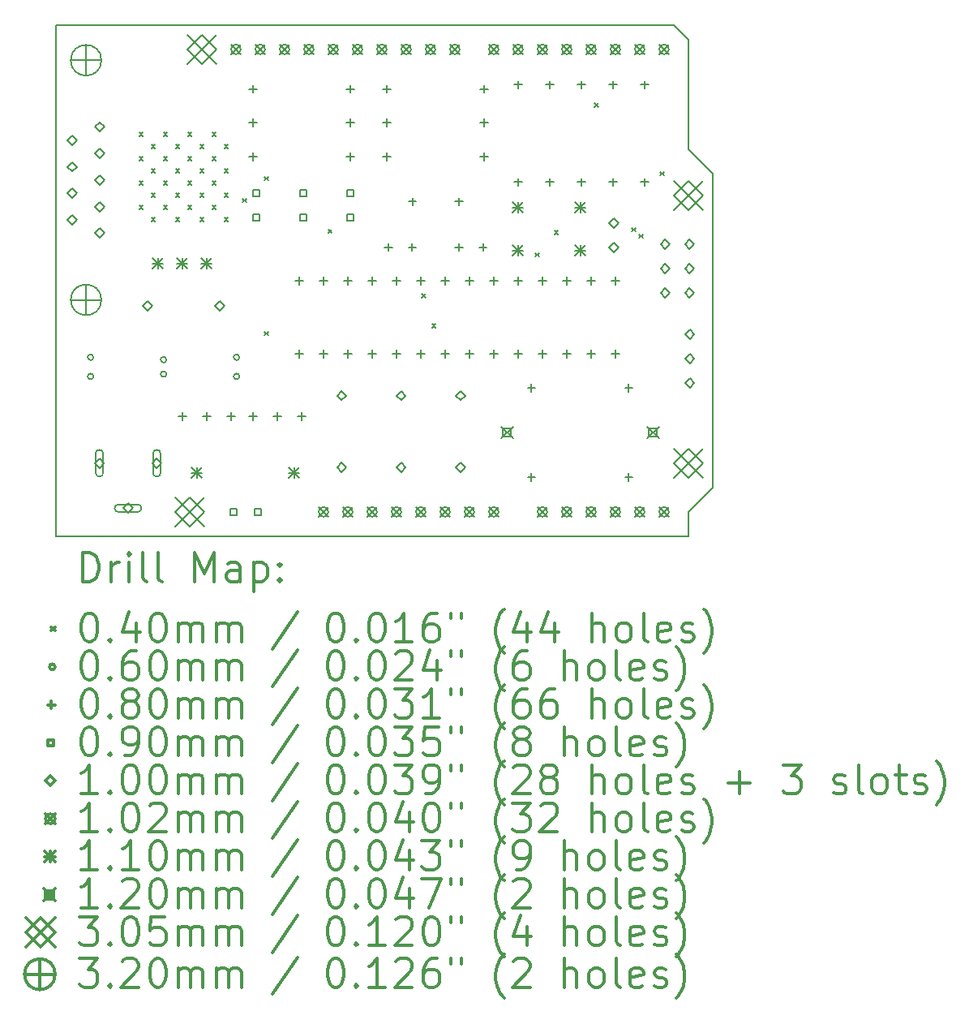
<source format=gbr>
%FSLAX45Y45*%
G04 Gerber Fmt 4.5, Leading zero omitted, Abs format (unit mm)*
G04 Created by KiCad (PCBNEW (5.1.4)-1) date 2019-10-04 17:51:20*
%MOMM*%
%LPD*%
G04 APERTURE LIST*
%ADD10C,0.150000*%
%ADD11C,0.200000*%
%ADD12C,0.300000*%
G04 APERTURE END LIST*
D10*
X17703800Y-7454900D02*
X17551400Y-7302500D01*
X17703800Y-8597900D02*
X17703800Y-7454900D01*
X17957800Y-8851900D02*
X17703800Y-8597900D01*
X17957800Y-12128500D02*
X17957800Y-8851900D01*
X17703800Y-12382500D02*
X17957800Y-12128500D01*
X17703800Y-12636500D02*
X17703800Y-12382500D01*
X11099800Y-12636500D02*
X17703800Y-12636500D01*
X11099800Y-7302500D02*
X11099800Y-12636500D01*
X17551400Y-7302500D02*
X11099800Y-7302500D01*
D11*
X11968800Y-8425500D02*
X12008800Y-8465500D01*
X12008800Y-8425500D02*
X11968800Y-8465500D01*
X11968800Y-8679500D02*
X12008800Y-8719500D01*
X12008800Y-8679500D02*
X11968800Y-8719500D01*
X11968800Y-8933500D02*
X12008800Y-8973500D01*
X12008800Y-8933500D02*
X11968800Y-8973500D01*
X11968800Y-9187500D02*
X12008800Y-9227500D01*
X12008800Y-9187500D02*
X11968800Y-9227500D01*
X12095800Y-8552500D02*
X12135800Y-8592500D01*
X12135800Y-8552500D02*
X12095800Y-8592500D01*
X12095800Y-8806500D02*
X12135800Y-8846500D01*
X12135800Y-8806500D02*
X12095800Y-8846500D01*
X12095800Y-9060500D02*
X12135800Y-9100500D01*
X12135800Y-9060500D02*
X12095800Y-9100500D01*
X12095800Y-9314500D02*
X12135800Y-9354500D01*
X12135800Y-9314500D02*
X12095800Y-9354500D01*
X12222800Y-8425500D02*
X12262800Y-8465500D01*
X12262800Y-8425500D02*
X12222800Y-8465500D01*
X12222800Y-8679500D02*
X12262800Y-8719500D01*
X12262800Y-8679500D02*
X12222800Y-8719500D01*
X12222800Y-8933500D02*
X12262800Y-8973500D01*
X12262800Y-8933500D02*
X12222800Y-8973500D01*
X12222800Y-9187500D02*
X12262800Y-9227500D01*
X12262800Y-9187500D02*
X12222800Y-9227500D01*
X12349800Y-8552500D02*
X12389800Y-8592500D01*
X12389800Y-8552500D02*
X12349800Y-8592500D01*
X12349800Y-8806500D02*
X12389800Y-8846500D01*
X12389800Y-8806500D02*
X12349800Y-8846500D01*
X12349800Y-9060500D02*
X12389800Y-9100500D01*
X12389800Y-9060500D02*
X12349800Y-9100500D01*
X12349800Y-9314500D02*
X12389800Y-9354500D01*
X12389800Y-9314500D02*
X12349800Y-9354500D01*
X12476800Y-8425500D02*
X12516800Y-8465500D01*
X12516800Y-8425500D02*
X12476800Y-8465500D01*
X12476800Y-8679500D02*
X12516800Y-8719500D01*
X12516800Y-8679500D02*
X12476800Y-8719500D01*
X12476800Y-8933500D02*
X12516800Y-8973500D01*
X12516800Y-8933500D02*
X12476800Y-8973500D01*
X12476800Y-9187500D02*
X12516800Y-9227500D01*
X12516800Y-9187500D02*
X12476800Y-9227500D01*
X12603800Y-8552500D02*
X12643800Y-8592500D01*
X12643800Y-8552500D02*
X12603800Y-8592500D01*
X12603800Y-8806500D02*
X12643800Y-8846500D01*
X12643800Y-8806500D02*
X12603800Y-8846500D01*
X12603800Y-9060500D02*
X12643800Y-9100500D01*
X12643800Y-9060500D02*
X12603800Y-9100500D01*
X12603800Y-9314500D02*
X12643800Y-9354500D01*
X12643800Y-9314500D02*
X12603800Y-9354500D01*
X12730800Y-8425500D02*
X12770800Y-8465500D01*
X12770800Y-8425500D02*
X12730800Y-8465500D01*
X12730800Y-8679500D02*
X12770800Y-8719500D01*
X12770800Y-8679500D02*
X12730800Y-8719500D01*
X12730800Y-8933500D02*
X12770800Y-8973500D01*
X12770800Y-8933500D02*
X12730800Y-8973500D01*
X12730800Y-9187500D02*
X12770800Y-9227500D01*
X12770800Y-9187500D02*
X12730800Y-9227500D01*
X12857800Y-8552500D02*
X12897800Y-8592500D01*
X12897800Y-8552500D02*
X12857800Y-8592500D01*
X12857800Y-8806500D02*
X12897800Y-8846500D01*
X12897800Y-8806500D02*
X12857800Y-8846500D01*
X12857800Y-9060500D02*
X12897800Y-9100500D01*
X12897800Y-9060500D02*
X12857800Y-9100500D01*
X12857800Y-9314500D02*
X12897800Y-9354500D01*
X12897800Y-9314500D02*
X12857800Y-9354500D01*
X13050560Y-9112290D02*
X13090560Y-9152290D01*
X13090560Y-9112290D02*
X13050560Y-9152290D01*
X13275260Y-8883290D02*
X13315260Y-8923290D01*
X13315260Y-8883290D02*
X13275260Y-8923290D01*
X13279160Y-10501710D02*
X13319160Y-10541710D01*
X13319160Y-10501710D02*
X13279160Y-10541710D01*
X13942810Y-9435070D02*
X13982810Y-9475070D01*
X13982810Y-9435070D02*
X13942810Y-9475070D01*
X14921040Y-10106140D02*
X14961040Y-10146140D01*
X14961040Y-10106140D02*
X14921040Y-10146140D01*
X15025350Y-10423250D02*
X15065350Y-10463250D01*
X15065350Y-10423250D02*
X15025350Y-10463250D01*
X16106660Y-9680120D02*
X16146660Y-9720120D01*
X16146660Y-9680120D02*
X16106660Y-9720120D01*
X16304700Y-9448550D02*
X16344700Y-9488550D01*
X16344700Y-9448550D02*
X16304700Y-9488550D01*
X16725320Y-8117050D02*
X16765320Y-8157050D01*
X16765320Y-8117050D02*
X16725320Y-8157050D01*
X17115950Y-9418400D02*
X17155950Y-9458400D01*
X17155950Y-9418400D02*
X17115950Y-9458400D01*
X17189070Y-9484680D02*
X17229070Y-9524680D01*
X17229070Y-9484680D02*
X17189070Y-9524680D01*
X17409050Y-8834050D02*
X17449050Y-8874050D01*
X17449050Y-8834050D02*
X17409050Y-8874050D01*
X11491800Y-10769600D02*
G75*
G03X11491800Y-10769600I-30000J0D01*
G01*
X11491800Y-10969600D02*
G75*
G03X11491800Y-10969600I-30000J0D01*
G01*
X12253800Y-10794600D02*
G75*
G03X12253800Y-10794600I-30000J0D01*
G01*
X12253800Y-10944600D02*
G75*
G03X12253800Y-10944600I-30000J0D01*
G01*
X13015800Y-10769600D02*
G75*
G03X13015800Y-10769600I-30000J0D01*
G01*
X13015800Y-10969600D02*
G75*
G03X13015800Y-10969600I-30000J0D01*
G01*
X14556800Y-8634100D02*
X14556800Y-8714100D01*
X14516800Y-8674100D02*
X14596800Y-8674100D01*
X15572800Y-8634100D02*
X15572800Y-8714100D01*
X15532800Y-8674100D02*
X15612800Y-8674100D01*
X12420600Y-11345600D02*
X12420600Y-11425600D01*
X12380600Y-11385600D02*
X12460600Y-11385600D01*
X12674600Y-11345600D02*
X12674600Y-11425600D01*
X12634600Y-11385600D02*
X12714600Y-11385600D01*
X12928600Y-11345600D02*
X12928600Y-11425600D01*
X12888600Y-11385600D02*
X12968600Y-11385600D01*
X13157200Y-11345600D02*
X13157200Y-11425600D01*
X13117200Y-11385600D02*
X13197200Y-11385600D01*
X13411200Y-11345600D02*
X13411200Y-11425600D01*
X13371200Y-11385600D02*
X13451200Y-11385600D01*
X13665200Y-11345600D02*
X13665200Y-11425600D01*
X13625200Y-11385600D02*
X13705200Y-11385600D01*
X13157200Y-8634100D02*
X13157200Y-8714100D01*
X13117200Y-8674100D02*
X13197200Y-8674100D01*
X14173200Y-8634100D02*
X14173200Y-8714100D01*
X14133200Y-8674100D02*
X14213200Y-8674100D01*
X13157200Y-7929250D02*
X13157200Y-8009250D01*
X13117200Y-7969250D02*
X13197200Y-7969250D01*
X14173200Y-7929250D02*
X14173200Y-8009250D01*
X14133200Y-7969250D02*
X14213200Y-7969250D01*
X17246600Y-7884800D02*
X17246600Y-7964800D01*
X17206600Y-7924800D02*
X17286600Y-7924800D01*
X17246600Y-8900800D02*
X17246600Y-8980800D01*
X17206600Y-8940800D02*
X17286600Y-8940800D01*
X16916200Y-7884800D02*
X16916200Y-7964800D01*
X16876200Y-7924800D02*
X16956200Y-7924800D01*
X16916200Y-8900800D02*
X16916200Y-8980800D01*
X16876200Y-8940800D02*
X16956200Y-8940800D01*
X13639800Y-9929500D02*
X13639800Y-10009500D01*
X13599800Y-9969500D02*
X13679800Y-9969500D01*
X13639800Y-10691500D02*
X13639800Y-10771500D01*
X13599800Y-10731500D02*
X13679800Y-10731500D01*
X13893800Y-9929500D02*
X13893800Y-10009500D01*
X13853800Y-9969500D02*
X13933800Y-9969500D01*
X13893800Y-10691500D02*
X13893800Y-10771500D01*
X13853800Y-10731500D02*
X13933800Y-10731500D01*
X14147800Y-9929500D02*
X14147800Y-10009500D01*
X14107800Y-9969500D02*
X14187800Y-9969500D01*
X14147800Y-10691500D02*
X14147800Y-10771500D01*
X14107800Y-10731500D02*
X14187800Y-10731500D01*
X14401800Y-9929500D02*
X14401800Y-10009500D01*
X14361800Y-9969500D02*
X14441800Y-9969500D01*
X14401800Y-10691500D02*
X14401800Y-10771500D01*
X14361800Y-10731500D02*
X14441800Y-10731500D01*
X14655800Y-9929500D02*
X14655800Y-10009500D01*
X14615800Y-9969500D02*
X14695800Y-9969500D01*
X14655800Y-10691500D02*
X14655800Y-10771500D01*
X14615800Y-10731500D02*
X14695800Y-10731500D01*
X14909800Y-9929500D02*
X14909800Y-10009500D01*
X14869800Y-9969500D02*
X14949800Y-9969500D01*
X14909800Y-10691500D02*
X14909800Y-10771500D01*
X14869800Y-10731500D02*
X14949800Y-10731500D01*
X15163800Y-9929500D02*
X15163800Y-10009500D01*
X15123800Y-9969500D02*
X15203800Y-9969500D01*
X15163800Y-10691500D02*
X15163800Y-10771500D01*
X15123800Y-10731500D02*
X15203800Y-10731500D01*
X15417800Y-9929500D02*
X15417800Y-10009500D01*
X15377800Y-9969500D02*
X15457800Y-9969500D01*
X15417800Y-10691500D02*
X15417800Y-10771500D01*
X15377800Y-10731500D02*
X15457800Y-10731500D01*
X15671800Y-9929500D02*
X15671800Y-10009500D01*
X15631800Y-9969500D02*
X15711800Y-9969500D01*
X15671800Y-10691500D02*
X15671800Y-10771500D01*
X15631800Y-10731500D02*
X15711800Y-10731500D01*
X15925800Y-9929500D02*
X15925800Y-10009500D01*
X15885800Y-9969500D02*
X15965800Y-9969500D01*
X15925800Y-10691500D02*
X15925800Y-10771500D01*
X15885800Y-10731500D02*
X15965800Y-10731500D01*
X16179800Y-9929500D02*
X16179800Y-10009500D01*
X16139800Y-9969500D02*
X16219800Y-9969500D01*
X16179800Y-10691500D02*
X16179800Y-10771500D01*
X16139800Y-10731500D02*
X16219800Y-10731500D01*
X16433800Y-9929500D02*
X16433800Y-10009500D01*
X16393800Y-9969500D02*
X16473800Y-9969500D01*
X16433800Y-10691500D02*
X16433800Y-10771500D01*
X16393800Y-10731500D02*
X16473800Y-10731500D01*
X16687800Y-9929500D02*
X16687800Y-10009500D01*
X16647800Y-9969500D02*
X16727800Y-9969500D01*
X16687800Y-10691500D02*
X16687800Y-10771500D01*
X16647800Y-10731500D02*
X16727800Y-10731500D01*
X16941800Y-9929500D02*
X16941800Y-10009500D01*
X16901800Y-9969500D02*
X16981800Y-9969500D01*
X16941800Y-10691500D02*
X16941800Y-10771500D01*
X16901800Y-10731500D02*
X16981800Y-10731500D01*
X14556800Y-7929250D02*
X14556800Y-8009250D01*
X14516800Y-7969250D02*
X14596800Y-7969250D01*
X15572800Y-7929250D02*
X15572800Y-8009250D01*
X15532800Y-7969250D02*
X15612800Y-7969250D01*
X16065500Y-11980600D02*
X16065500Y-12060600D01*
X16025500Y-12020600D02*
X16105500Y-12020600D01*
X17081500Y-11980600D02*
X17081500Y-12060600D01*
X17041500Y-12020600D02*
X17121500Y-12020600D01*
X14821800Y-9104100D02*
X14821800Y-9184100D01*
X14781800Y-9144100D02*
X14861800Y-9144100D01*
X15309800Y-9104100D02*
X15309800Y-9184100D01*
X15269800Y-9144100D02*
X15349800Y-9144100D01*
X13157200Y-8281680D02*
X13157200Y-8361680D01*
X13117200Y-8321680D02*
X13197200Y-8321680D01*
X14173200Y-8281680D02*
X14173200Y-8361680D01*
X14133200Y-8321680D02*
X14213200Y-8321680D01*
X16585700Y-7884800D02*
X16585700Y-7964800D01*
X16545700Y-7924800D02*
X16625700Y-7924800D01*
X16585700Y-8900800D02*
X16585700Y-8980800D01*
X16545700Y-8940800D02*
X16625700Y-8940800D01*
X15309800Y-9580250D02*
X15309800Y-9660250D01*
X15269800Y-9620250D02*
X15349800Y-9620250D01*
X15559800Y-9580250D02*
X15559800Y-9660250D01*
X15519800Y-9620250D02*
X15599800Y-9620250D01*
X14570900Y-9580250D02*
X14570900Y-9660250D01*
X14530900Y-9620250D02*
X14610900Y-9620250D01*
X14820900Y-9580250D02*
X14820900Y-9660250D01*
X14780900Y-9620250D02*
X14860900Y-9620250D01*
X16255200Y-7884800D02*
X16255200Y-7964800D01*
X16215200Y-7924800D02*
X16295200Y-7924800D01*
X16255200Y-8900800D02*
X16255200Y-8980800D01*
X16215200Y-8940800D02*
X16295200Y-8940800D01*
X16065500Y-11048300D02*
X16065500Y-11128300D01*
X16025500Y-11088300D02*
X16105500Y-11088300D01*
X17081500Y-11048300D02*
X17081500Y-11128300D01*
X17041500Y-11088300D02*
X17121500Y-11088300D01*
X15924800Y-7884800D02*
X15924800Y-7964800D01*
X15884800Y-7924800D02*
X15964800Y-7924800D01*
X15924800Y-8900800D02*
X15924800Y-8980800D01*
X15884800Y-8940800D02*
X15964800Y-8940800D01*
X14556800Y-8281680D02*
X14556800Y-8361680D01*
X14516800Y-8321680D02*
X14596800Y-8321680D01*
X15572800Y-8281680D02*
X15572800Y-8361680D01*
X15532800Y-8321680D02*
X15612800Y-8321680D01*
X13224920Y-9086920D02*
X13224920Y-9023280D01*
X13161280Y-9023280D01*
X13161280Y-9086920D01*
X13224920Y-9086920D01*
X13224920Y-9340920D02*
X13224920Y-9277280D01*
X13161280Y-9277280D01*
X13161280Y-9340920D01*
X13224920Y-9340920D01*
X13715020Y-9086920D02*
X13715020Y-9023280D01*
X13651380Y-9023280D01*
X13651380Y-9086920D01*
X13715020Y-9086920D01*
X13715020Y-9340920D02*
X13715020Y-9277280D01*
X13651380Y-9277280D01*
X13651380Y-9340920D01*
X13715020Y-9340920D01*
X12985820Y-12414320D02*
X12985820Y-12350680D01*
X12922180Y-12350680D01*
X12922180Y-12414320D01*
X12985820Y-12414320D01*
X13239820Y-12414320D02*
X13239820Y-12350680D01*
X13176180Y-12350680D01*
X13176180Y-12414320D01*
X13239820Y-12414320D01*
X14205020Y-9086920D02*
X14205020Y-9023280D01*
X14141380Y-9023280D01*
X14141380Y-9086920D01*
X14205020Y-9086920D01*
X14205020Y-9340920D02*
X14205020Y-9277280D01*
X14141380Y-9277280D01*
X14141380Y-9340920D01*
X14205020Y-9340920D01*
X11553900Y-11924500D02*
X11603900Y-11874500D01*
X11553900Y-11824500D01*
X11503900Y-11874500D01*
X11553900Y-11924500D01*
X11513900Y-11774500D02*
X11513900Y-11974500D01*
X11593900Y-11774500D02*
X11593900Y-11974500D01*
X11513900Y-11974500D02*
G75*
G03X11593900Y-11974500I40000J0D01*
G01*
X11593900Y-11774500D02*
G75*
G03X11513900Y-11774500I-40000J0D01*
G01*
X11853900Y-12394500D02*
X11903900Y-12344500D01*
X11853900Y-12294500D01*
X11803900Y-12344500D01*
X11853900Y-12394500D01*
X11753900Y-12384500D02*
X11953900Y-12384500D01*
X11753900Y-12304500D02*
X11953900Y-12304500D01*
X11953900Y-12384500D02*
G75*
G03X11953900Y-12304500I0J40000D01*
G01*
X11753900Y-12304500D02*
G75*
G03X11753900Y-12384500I0J-40000D01*
G01*
X12153900Y-11924500D02*
X12203900Y-11874500D01*
X12153900Y-11824500D01*
X12103900Y-11874500D01*
X12153900Y-11924500D01*
X12113900Y-11774500D02*
X12113900Y-11974500D01*
X12193900Y-11774500D02*
X12193900Y-11974500D01*
X12113900Y-11974500D02*
G75*
G03X12193900Y-11974500I40000J0D01*
G01*
X12193900Y-11774500D02*
G75*
G03X12113900Y-11774500I-40000J0D01*
G01*
X11273000Y-8554700D02*
X11323000Y-8504700D01*
X11273000Y-8454700D01*
X11223000Y-8504700D01*
X11273000Y-8554700D01*
X11273000Y-8831700D02*
X11323000Y-8781700D01*
X11273000Y-8731700D01*
X11223000Y-8781700D01*
X11273000Y-8831700D01*
X11273000Y-9108700D02*
X11323000Y-9058700D01*
X11273000Y-9008700D01*
X11223000Y-9058700D01*
X11273000Y-9108700D01*
X11273000Y-9385700D02*
X11323000Y-9335700D01*
X11273000Y-9285700D01*
X11223000Y-9335700D01*
X11273000Y-9385700D01*
X11557000Y-8416200D02*
X11607000Y-8366200D01*
X11557000Y-8316200D01*
X11507000Y-8366200D01*
X11557000Y-8416200D01*
X11557000Y-8693200D02*
X11607000Y-8643200D01*
X11557000Y-8593200D01*
X11507000Y-8643200D01*
X11557000Y-8693200D01*
X11557000Y-8970200D02*
X11607000Y-8920200D01*
X11557000Y-8870200D01*
X11507000Y-8920200D01*
X11557000Y-8970200D01*
X11557000Y-9247200D02*
X11607000Y-9197200D01*
X11557000Y-9147200D01*
X11507000Y-9197200D01*
X11557000Y-9247200D01*
X11557000Y-9524200D02*
X11607000Y-9474200D01*
X11557000Y-9424200D01*
X11507000Y-9474200D01*
X11557000Y-9524200D01*
X14084300Y-11219000D02*
X14134300Y-11169000D01*
X14084300Y-11119000D01*
X14034300Y-11169000D01*
X14084300Y-11219000D01*
X14084300Y-11969000D02*
X14134300Y-11919000D01*
X14084300Y-11869000D01*
X14034300Y-11919000D01*
X14084300Y-11969000D01*
X15322600Y-11219000D02*
X15372600Y-11169000D01*
X15322600Y-11119000D01*
X15272600Y-11169000D01*
X15322600Y-11219000D01*
X15322600Y-11969000D02*
X15372600Y-11919000D01*
X15322600Y-11869000D01*
X15272600Y-11919000D01*
X15322600Y-11969000D01*
X14703400Y-11219000D02*
X14753400Y-11169000D01*
X14703400Y-11119000D01*
X14653400Y-11169000D01*
X14703400Y-11219000D01*
X14703400Y-11969000D02*
X14753400Y-11919000D01*
X14703400Y-11869000D01*
X14653400Y-11919000D01*
X14703400Y-11969000D01*
X12058600Y-10286200D02*
X12108600Y-10236200D01*
X12058600Y-10186200D01*
X12008600Y-10236200D01*
X12058600Y-10286200D01*
X12808600Y-10286200D02*
X12858600Y-10236200D01*
X12808600Y-10186200D01*
X12758600Y-10236200D01*
X12808600Y-10286200D01*
X17717500Y-10578300D02*
X17767500Y-10528300D01*
X17717500Y-10478300D01*
X17667500Y-10528300D01*
X17717500Y-10578300D01*
X17717500Y-10832300D02*
X17767500Y-10782300D01*
X17717500Y-10732300D01*
X17667500Y-10782300D01*
X17717500Y-10832300D01*
X17717500Y-11086300D02*
X17767500Y-11036300D01*
X17717500Y-10986300D01*
X17667500Y-11036300D01*
X17717500Y-11086300D01*
X16922800Y-9422600D02*
X16972800Y-9372600D01*
X16922800Y-9322600D01*
X16872800Y-9372600D01*
X16922800Y-9422600D01*
X16922800Y-9676600D02*
X16972800Y-9626600D01*
X16922800Y-9576600D01*
X16872800Y-9626600D01*
X16922800Y-9676600D01*
X17462500Y-9638500D02*
X17512500Y-9588500D01*
X17462500Y-9538500D01*
X17412500Y-9588500D01*
X17462500Y-9638500D01*
X17462500Y-9892500D02*
X17512500Y-9842500D01*
X17462500Y-9792500D01*
X17412500Y-9842500D01*
X17462500Y-9892500D01*
X17462500Y-10146500D02*
X17512500Y-10096500D01*
X17462500Y-10046500D01*
X17412500Y-10096500D01*
X17462500Y-10146500D01*
X17716500Y-9638500D02*
X17766500Y-9588500D01*
X17716500Y-9538500D01*
X17666500Y-9588500D01*
X17716500Y-9638500D01*
X17716500Y-9892500D02*
X17766500Y-9842500D01*
X17716500Y-9792500D01*
X17666500Y-9842500D01*
X17716500Y-9892500D01*
X17716500Y-10146500D02*
X17766500Y-10096500D01*
X17716500Y-10046500D01*
X17666500Y-10096500D01*
X17716500Y-10146500D01*
X12928600Y-7505700D02*
X13030200Y-7607300D01*
X13030200Y-7505700D02*
X12928600Y-7607300D01*
X13030200Y-7556500D02*
G75*
G03X13030200Y-7556500I-50800J0D01*
G01*
X13182600Y-7505700D02*
X13284200Y-7607300D01*
X13284200Y-7505700D02*
X13182600Y-7607300D01*
X13284200Y-7556500D02*
G75*
G03X13284200Y-7556500I-50800J0D01*
G01*
X13436600Y-7505700D02*
X13538200Y-7607300D01*
X13538200Y-7505700D02*
X13436600Y-7607300D01*
X13538200Y-7556500D02*
G75*
G03X13538200Y-7556500I-50800J0D01*
G01*
X13690600Y-7505700D02*
X13792200Y-7607300D01*
X13792200Y-7505700D02*
X13690600Y-7607300D01*
X13792200Y-7556500D02*
G75*
G03X13792200Y-7556500I-50800J0D01*
G01*
X13944600Y-7505700D02*
X14046200Y-7607300D01*
X14046200Y-7505700D02*
X13944600Y-7607300D01*
X14046200Y-7556500D02*
G75*
G03X14046200Y-7556500I-50800J0D01*
G01*
X14198600Y-7505700D02*
X14300200Y-7607300D01*
X14300200Y-7505700D02*
X14198600Y-7607300D01*
X14300200Y-7556500D02*
G75*
G03X14300200Y-7556500I-50800J0D01*
G01*
X14452600Y-7505700D02*
X14554200Y-7607300D01*
X14554200Y-7505700D02*
X14452600Y-7607300D01*
X14554200Y-7556500D02*
G75*
G03X14554200Y-7556500I-50800J0D01*
G01*
X14706600Y-7505700D02*
X14808200Y-7607300D01*
X14808200Y-7505700D02*
X14706600Y-7607300D01*
X14808200Y-7556500D02*
G75*
G03X14808200Y-7556500I-50800J0D01*
G01*
X14960600Y-7505700D02*
X15062200Y-7607300D01*
X15062200Y-7505700D02*
X14960600Y-7607300D01*
X15062200Y-7556500D02*
G75*
G03X15062200Y-7556500I-50800J0D01*
G01*
X15214600Y-7505700D02*
X15316200Y-7607300D01*
X15316200Y-7505700D02*
X15214600Y-7607300D01*
X15316200Y-7556500D02*
G75*
G03X15316200Y-7556500I-50800J0D01*
G01*
X16129000Y-12331700D02*
X16230600Y-12433300D01*
X16230600Y-12331700D02*
X16129000Y-12433300D01*
X16230600Y-12382500D02*
G75*
G03X16230600Y-12382500I-50800J0D01*
G01*
X16383000Y-12331700D02*
X16484600Y-12433300D01*
X16484600Y-12331700D02*
X16383000Y-12433300D01*
X16484600Y-12382500D02*
G75*
G03X16484600Y-12382500I-50800J0D01*
G01*
X16637000Y-12331700D02*
X16738600Y-12433300D01*
X16738600Y-12331700D02*
X16637000Y-12433300D01*
X16738600Y-12382500D02*
G75*
G03X16738600Y-12382500I-50800J0D01*
G01*
X16891000Y-12331700D02*
X16992600Y-12433300D01*
X16992600Y-12331700D02*
X16891000Y-12433300D01*
X16992600Y-12382500D02*
G75*
G03X16992600Y-12382500I-50800J0D01*
G01*
X17145000Y-12331700D02*
X17246600Y-12433300D01*
X17246600Y-12331700D02*
X17145000Y-12433300D01*
X17246600Y-12382500D02*
G75*
G03X17246600Y-12382500I-50800J0D01*
G01*
X17399000Y-12331700D02*
X17500600Y-12433300D01*
X17500600Y-12331700D02*
X17399000Y-12433300D01*
X17500600Y-12382500D02*
G75*
G03X17500600Y-12382500I-50800J0D01*
G01*
X15621000Y-7505700D02*
X15722600Y-7607300D01*
X15722600Y-7505700D02*
X15621000Y-7607300D01*
X15722600Y-7556500D02*
G75*
G03X15722600Y-7556500I-50800J0D01*
G01*
X15875000Y-7505700D02*
X15976600Y-7607300D01*
X15976600Y-7505700D02*
X15875000Y-7607300D01*
X15976600Y-7556500D02*
G75*
G03X15976600Y-7556500I-50800J0D01*
G01*
X16129000Y-7505700D02*
X16230600Y-7607300D01*
X16230600Y-7505700D02*
X16129000Y-7607300D01*
X16230600Y-7556500D02*
G75*
G03X16230600Y-7556500I-50800J0D01*
G01*
X16383000Y-7505700D02*
X16484600Y-7607300D01*
X16484600Y-7505700D02*
X16383000Y-7607300D01*
X16484600Y-7556500D02*
G75*
G03X16484600Y-7556500I-50800J0D01*
G01*
X16637000Y-7505700D02*
X16738600Y-7607300D01*
X16738600Y-7505700D02*
X16637000Y-7607300D01*
X16738600Y-7556500D02*
G75*
G03X16738600Y-7556500I-50800J0D01*
G01*
X16891000Y-7505700D02*
X16992600Y-7607300D01*
X16992600Y-7505700D02*
X16891000Y-7607300D01*
X16992600Y-7556500D02*
G75*
G03X16992600Y-7556500I-50800J0D01*
G01*
X17145000Y-7505700D02*
X17246600Y-7607300D01*
X17246600Y-7505700D02*
X17145000Y-7607300D01*
X17246600Y-7556500D02*
G75*
G03X17246600Y-7556500I-50800J0D01*
G01*
X17399000Y-7505700D02*
X17500600Y-7607300D01*
X17500600Y-7505700D02*
X17399000Y-7607300D01*
X17500600Y-7556500D02*
G75*
G03X17500600Y-7556500I-50800J0D01*
G01*
X13843000Y-12331700D02*
X13944600Y-12433300D01*
X13944600Y-12331700D02*
X13843000Y-12433300D01*
X13944600Y-12382500D02*
G75*
G03X13944600Y-12382500I-50800J0D01*
G01*
X14097000Y-12331700D02*
X14198600Y-12433300D01*
X14198600Y-12331700D02*
X14097000Y-12433300D01*
X14198600Y-12382500D02*
G75*
G03X14198600Y-12382500I-50800J0D01*
G01*
X14351000Y-12331700D02*
X14452600Y-12433300D01*
X14452600Y-12331700D02*
X14351000Y-12433300D01*
X14452600Y-12382500D02*
G75*
G03X14452600Y-12382500I-50800J0D01*
G01*
X14605000Y-12331700D02*
X14706600Y-12433300D01*
X14706600Y-12331700D02*
X14605000Y-12433300D01*
X14706600Y-12382500D02*
G75*
G03X14706600Y-12382500I-50800J0D01*
G01*
X14859000Y-12331700D02*
X14960600Y-12433300D01*
X14960600Y-12331700D02*
X14859000Y-12433300D01*
X14960600Y-12382500D02*
G75*
G03X14960600Y-12382500I-50800J0D01*
G01*
X15113000Y-12331700D02*
X15214600Y-12433300D01*
X15214600Y-12331700D02*
X15113000Y-12433300D01*
X15214600Y-12382500D02*
G75*
G03X15214600Y-12382500I-50800J0D01*
G01*
X15367000Y-12331700D02*
X15468600Y-12433300D01*
X15468600Y-12331700D02*
X15367000Y-12433300D01*
X15468600Y-12382500D02*
G75*
G03X15468600Y-12382500I-50800J0D01*
G01*
X15621000Y-12331700D02*
X15722600Y-12433300D01*
X15722600Y-12331700D02*
X15621000Y-12433300D01*
X15722600Y-12382500D02*
G75*
G03X15722600Y-12382500I-50800J0D01*
G01*
X15870800Y-9152500D02*
X15980800Y-9262500D01*
X15980800Y-9152500D02*
X15870800Y-9262500D01*
X15925800Y-9152500D02*
X15925800Y-9262500D01*
X15870800Y-9207500D02*
X15980800Y-9207500D01*
X15870800Y-9602500D02*
X15980800Y-9712500D01*
X15980800Y-9602500D02*
X15870800Y-9712500D01*
X15925800Y-9602500D02*
X15925800Y-9712500D01*
X15870800Y-9657500D02*
X15980800Y-9657500D01*
X16520800Y-9152500D02*
X16630800Y-9262500D01*
X16630800Y-9152500D02*
X16520800Y-9262500D01*
X16575800Y-9152500D02*
X16575800Y-9262500D01*
X16520800Y-9207500D02*
X16630800Y-9207500D01*
X16520800Y-9602500D02*
X16630800Y-9712500D01*
X16630800Y-9602500D02*
X16520800Y-9712500D01*
X16575800Y-9602500D02*
X16575800Y-9712500D01*
X16520800Y-9657500D02*
X16630800Y-9657500D01*
X12518500Y-11921100D02*
X12628500Y-12031100D01*
X12628500Y-11921100D02*
X12518500Y-12031100D01*
X12573500Y-11921100D02*
X12573500Y-12031100D01*
X12518500Y-11976100D02*
X12628500Y-11976100D01*
X13534500Y-11921100D02*
X13644500Y-12031100D01*
X13644500Y-11921100D02*
X13534500Y-12031100D01*
X13589500Y-11921100D02*
X13589500Y-12031100D01*
X13534500Y-11976100D02*
X13644500Y-11976100D01*
X12111600Y-9736700D02*
X12221600Y-9846700D01*
X12221600Y-9736700D02*
X12111600Y-9846700D01*
X12166600Y-9736700D02*
X12166600Y-9846700D01*
X12111600Y-9791700D02*
X12221600Y-9791700D01*
X12365600Y-9736700D02*
X12475600Y-9846700D01*
X12475600Y-9736700D02*
X12365600Y-9846700D01*
X12420600Y-9736700D02*
X12420600Y-9846700D01*
X12365600Y-9791700D02*
X12475600Y-9791700D01*
X12619600Y-9736700D02*
X12729600Y-9846700D01*
X12729600Y-9736700D02*
X12619600Y-9846700D01*
X12674600Y-9736700D02*
X12674600Y-9846700D01*
X12619600Y-9791700D02*
X12729600Y-9791700D01*
X15751500Y-11490600D02*
X15871500Y-11610600D01*
X15871500Y-11490600D02*
X15751500Y-11610600D01*
X15853927Y-11593027D02*
X15853927Y-11508173D01*
X15769073Y-11508173D01*
X15769073Y-11593027D01*
X15853927Y-11593027D01*
X17275500Y-11490600D02*
X17395500Y-11610600D01*
X17395500Y-11490600D02*
X17275500Y-11610600D01*
X17377927Y-11593027D02*
X17377927Y-11508173D01*
X17293073Y-11508173D01*
X17293073Y-11593027D01*
X17377927Y-11593027D01*
X12471400Y-7404100D02*
X12776200Y-7708900D01*
X12776200Y-7404100D02*
X12471400Y-7708900D01*
X12623800Y-7708900D02*
X12776200Y-7556500D01*
X12623800Y-7404100D01*
X12471400Y-7556500D01*
X12623800Y-7708900D01*
X17551400Y-11722100D02*
X17856200Y-12026900D01*
X17856200Y-11722100D02*
X17551400Y-12026900D01*
X17703800Y-12026900D02*
X17856200Y-11874500D01*
X17703800Y-11722100D01*
X17551400Y-11874500D01*
X17703800Y-12026900D01*
X12344400Y-12230100D02*
X12649200Y-12534900D01*
X12649200Y-12230100D02*
X12344400Y-12534900D01*
X12496800Y-12534900D02*
X12649200Y-12382500D01*
X12496800Y-12230100D01*
X12344400Y-12382500D01*
X12496800Y-12534900D01*
X17551400Y-8928100D02*
X17856200Y-9232900D01*
X17856200Y-8928100D02*
X17551400Y-9232900D01*
X17703800Y-9232900D02*
X17856200Y-9080500D01*
X17703800Y-8928100D01*
X17551400Y-9080500D01*
X17703800Y-9232900D01*
X11415000Y-7510200D02*
X11415000Y-7830200D01*
X11255000Y-7670200D02*
X11575000Y-7670200D01*
X11575000Y-7670200D02*
G75*
G03X11575000Y-7670200I-160000J0D01*
G01*
X11415000Y-10010200D02*
X11415000Y-10330200D01*
X11255000Y-10170200D02*
X11575000Y-10170200D01*
X11575000Y-10170200D02*
G75*
G03X11575000Y-10170200I-160000J0D01*
G01*
D12*
X11378728Y-13109714D02*
X11378728Y-12809714D01*
X11450157Y-12809714D01*
X11493014Y-12824000D01*
X11521586Y-12852571D01*
X11535871Y-12881143D01*
X11550157Y-12938286D01*
X11550157Y-12981143D01*
X11535871Y-13038286D01*
X11521586Y-13066857D01*
X11493014Y-13095429D01*
X11450157Y-13109714D01*
X11378728Y-13109714D01*
X11678728Y-13109714D02*
X11678728Y-12909714D01*
X11678728Y-12966857D02*
X11693014Y-12938286D01*
X11707300Y-12924000D01*
X11735871Y-12909714D01*
X11764443Y-12909714D01*
X11864443Y-13109714D02*
X11864443Y-12909714D01*
X11864443Y-12809714D02*
X11850157Y-12824000D01*
X11864443Y-12838286D01*
X11878728Y-12824000D01*
X11864443Y-12809714D01*
X11864443Y-12838286D01*
X12050157Y-13109714D02*
X12021586Y-13095429D01*
X12007300Y-13066857D01*
X12007300Y-12809714D01*
X12207300Y-13109714D02*
X12178728Y-13095429D01*
X12164443Y-13066857D01*
X12164443Y-12809714D01*
X12550157Y-13109714D02*
X12550157Y-12809714D01*
X12650157Y-13024000D01*
X12750157Y-12809714D01*
X12750157Y-13109714D01*
X13021586Y-13109714D02*
X13021586Y-12952571D01*
X13007300Y-12924000D01*
X12978728Y-12909714D01*
X12921586Y-12909714D01*
X12893014Y-12924000D01*
X13021586Y-13095429D02*
X12993014Y-13109714D01*
X12921586Y-13109714D01*
X12893014Y-13095429D01*
X12878728Y-13066857D01*
X12878728Y-13038286D01*
X12893014Y-13009714D01*
X12921586Y-12995429D01*
X12993014Y-12995429D01*
X13021586Y-12981143D01*
X13164443Y-12909714D02*
X13164443Y-13209714D01*
X13164443Y-12924000D02*
X13193014Y-12909714D01*
X13250157Y-12909714D01*
X13278728Y-12924000D01*
X13293014Y-12938286D01*
X13307300Y-12966857D01*
X13307300Y-13052571D01*
X13293014Y-13081143D01*
X13278728Y-13095429D01*
X13250157Y-13109714D01*
X13193014Y-13109714D01*
X13164443Y-13095429D01*
X13435871Y-13081143D02*
X13450157Y-13095429D01*
X13435871Y-13109714D01*
X13421586Y-13095429D01*
X13435871Y-13081143D01*
X13435871Y-13109714D01*
X13435871Y-12924000D02*
X13450157Y-12938286D01*
X13435871Y-12952571D01*
X13421586Y-12938286D01*
X13435871Y-12924000D01*
X13435871Y-12952571D01*
X11052300Y-13584000D02*
X11092300Y-13624000D01*
X11092300Y-13584000D02*
X11052300Y-13624000D01*
X11435871Y-13439714D02*
X11464443Y-13439714D01*
X11493014Y-13454000D01*
X11507300Y-13468286D01*
X11521586Y-13496857D01*
X11535871Y-13554000D01*
X11535871Y-13625429D01*
X11521586Y-13682571D01*
X11507300Y-13711143D01*
X11493014Y-13725429D01*
X11464443Y-13739714D01*
X11435871Y-13739714D01*
X11407300Y-13725429D01*
X11393014Y-13711143D01*
X11378728Y-13682571D01*
X11364443Y-13625429D01*
X11364443Y-13554000D01*
X11378728Y-13496857D01*
X11393014Y-13468286D01*
X11407300Y-13454000D01*
X11435871Y-13439714D01*
X11664443Y-13711143D02*
X11678728Y-13725429D01*
X11664443Y-13739714D01*
X11650157Y-13725429D01*
X11664443Y-13711143D01*
X11664443Y-13739714D01*
X11935871Y-13539714D02*
X11935871Y-13739714D01*
X11864443Y-13425429D02*
X11793014Y-13639714D01*
X11978728Y-13639714D01*
X12150157Y-13439714D02*
X12178728Y-13439714D01*
X12207300Y-13454000D01*
X12221586Y-13468286D01*
X12235871Y-13496857D01*
X12250157Y-13554000D01*
X12250157Y-13625429D01*
X12235871Y-13682571D01*
X12221586Y-13711143D01*
X12207300Y-13725429D01*
X12178728Y-13739714D01*
X12150157Y-13739714D01*
X12121586Y-13725429D01*
X12107300Y-13711143D01*
X12093014Y-13682571D01*
X12078728Y-13625429D01*
X12078728Y-13554000D01*
X12093014Y-13496857D01*
X12107300Y-13468286D01*
X12121586Y-13454000D01*
X12150157Y-13439714D01*
X12378728Y-13739714D02*
X12378728Y-13539714D01*
X12378728Y-13568286D02*
X12393014Y-13554000D01*
X12421586Y-13539714D01*
X12464443Y-13539714D01*
X12493014Y-13554000D01*
X12507300Y-13582571D01*
X12507300Y-13739714D01*
X12507300Y-13582571D02*
X12521586Y-13554000D01*
X12550157Y-13539714D01*
X12593014Y-13539714D01*
X12621586Y-13554000D01*
X12635871Y-13582571D01*
X12635871Y-13739714D01*
X12778728Y-13739714D02*
X12778728Y-13539714D01*
X12778728Y-13568286D02*
X12793014Y-13554000D01*
X12821586Y-13539714D01*
X12864443Y-13539714D01*
X12893014Y-13554000D01*
X12907300Y-13582571D01*
X12907300Y-13739714D01*
X12907300Y-13582571D02*
X12921586Y-13554000D01*
X12950157Y-13539714D01*
X12993014Y-13539714D01*
X13021586Y-13554000D01*
X13035871Y-13582571D01*
X13035871Y-13739714D01*
X13621586Y-13425429D02*
X13364443Y-13811143D01*
X14007300Y-13439714D02*
X14035871Y-13439714D01*
X14064443Y-13454000D01*
X14078728Y-13468286D01*
X14093014Y-13496857D01*
X14107300Y-13554000D01*
X14107300Y-13625429D01*
X14093014Y-13682571D01*
X14078728Y-13711143D01*
X14064443Y-13725429D01*
X14035871Y-13739714D01*
X14007300Y-13739714D01*
X13978728Y-13725429D01*
X13964443Y-13711143D01*
X13950157Y-13682571D01*
X13935871Y-13625429D01*
X13935871Y-13554000D01*
X13950157Y-13496857D01*
X13964443Y-13468286D01*
X13978728Y-13454000D01*
X14007300Y-13439714D01*
X14235871Y-13711143D02*
X14250157Y-13725429D01*
X14235871Y-13739714D01*
X14221586Y-13725429D01*
X14235871Y-13711143D01*
X14235871Y-13739714D01*
X14435871Y-13439714D02*
X14464443Y-13439714D01*
X14493014Y-13454000D01*
X14507300Y-13468286D01*
X14521586Y-13496857D01*
X14535871Y-13554000D01*
X14535871Y-13625429D01*
X14521586Y-13682571D01*
X14507300Y-13711143D01*
X14493014Y-13725429D01*
X14464443Y-13739714D01*
X14435871Y-13739714D01*
X14407300Y-13725429D01*
X14393014Y-13711143D01*
X14378728Y-13682571D01*
X14364443Y-13625429D01*
X14364443Y-13554000D01*
X14378728Y-13496857D01*
X14393014Y-13468286D01*
X14407300Y-13454000D01*
X14435871Y-13439714D01*
X14821586Y-13739714D02*
X14650157Y-13739714D01*
X14735871Y-13739714D02*
X14735871Y-13439714D01*
X14707300Y-13482571D01*
X14678728Y-13511143D01*
X14650157Y-13525429D01*
X15078728Y-13439714D02*
X15021586Y-13439714D01*
X14993014Y-13454000D01*
X14978728Y-13468286D01*
X14950157Y-13511143D01*
X14935871Y-13568286D01*
X14935871Y-13682571D01*
X14950157Y-13711143D01*
X14964443Y-13725429D01*
X14993014Y-13739714D01*
X15050157Y-13739714D01*
X15078728Y-13725429D01*
X15093014Y-13711143D01*
X15107300Y-13682571D01*
X15107300Y-13611143D01*
X15093014Y-13582571D01*
X15078728Y-13568286D01*
X15050157Y-13554000D01*
X14993014Y-13554000D01*
X14964443Y-13568286D01*
X14950157Y-13582571D01*
X14935871Y-13611143D01*
X15221586Y-13439714D02*
X15221586Y-13496857D01*
X15335871Y-13439714D02*
X15335871Y-13496857D01*
X15778728Y-13854000D02*
X15764443Y-13839714D01*
X15735871Y-13796857D01*
X15721586Y-13768286D01*
X15707300Y-13725429D01*
X15693014Y-13654000D01*
X15693014Y-13596857D01*
X15707300Y-13525429D01*
X15721586Y-13482571D01*
X15735871Y-13454000D01*
X15764443Y-13411143D01*
X15778728Y-13396857D01*
X16021586Y-13539714D02*
X16021586Y-13739714D01*
X15950157Y-13425429D02*
X15878728Y-13639714D01*
X16064443Y-13639714D01*
X16307300Y-13539714D02*
X16307300Y-13739714D01*
X16235871Y-13425429D02*
X16164443Y-13639714D01*
X16350157Y-13639714D01*
X16693014Y-13739714D02*
X16693014Y-13439714D01*
X16821586Y-13739714D02*
X16821586Y-13582571D01*
X16807300Y-13554000D01*
X16778728Y-13539714D01*
X16735871Y-13539714D01*
X16707300Y-13554000D01*
X16693014Y-13568286D01*
X17007300Y-13739714D02*
X16978728Y-13725429D01*
X16964443Y-13711143D01*
X16950157Y-13682571D01*
X16950157Y-13596857D01*
X16964443Y-13568286D01*
X16978728Y-13554000D01*
X17007300Y-13539714D01*
X17050157Y-13539714D01*
X17078728Y-13554000D01*
X17093014Y-13568286D01*
X17107300Y-13596857D01*
X17107300Y-13682571D01*
X17093014Y-13711143D01*
X17078728Y-13725429D01*
X17050157Y-13739714D01*
X17007300Y-13739714D01*
X17278728Y-13739714D02*
X17250157Y-13725429D01*
X17235871Y-13696857D01*
X17235871Y-13439714D01*
X17507300Y-13725429D02*
X17478728Y-13739714D01*
X17421586Y-13739714D01*
X17393014Y-13725429D01*
X17378728Y-13696857D01*
X17378728Y-13582571D01*
X17393014Y-13554000D01*
X17421586Y-13539714D01*
X17478728Y-13539714D01*
X17507300Y-13554000D01*
X17521586Y-13582571D01*
X17521586Y-13611143D01*
X17378728Y-13639714D01*
X17635871Y-13725429D02*
X17664443Y-13739714D01*
X17721586Y-13739714D01*
X17750157Y-13725429D01*
X17764443Y-13696857D01*
X17764443Y-13682571D01*
X17750157Y-13654000D01*
X17721586Y-13639714D01*
X17678728Y-13639714D01*
X17650157Y-13625429D01*
X17635871Y-13596857D01*
X17635871Y-13582571D01*
X17650157Y-13554000D01*
X17678728Y-13539714D01*
X17721586Y-13539714D01*
X17750157Y-13554000D01*
X17864443Y-13854000D02*
X17878728Y-13839714D01*
X17907300Y-13796857D01*
X17921586Y-13768286D01*
X17935871Y-13725429D01*
X17950157Y-13654000D01*
X17950157Y-13596857D01*
X17935871Y-13525429D01*
X17921586Y-13482571D01*
X17907300Y-13454000D01*
X17878728Y-13411143D01*
X17864443Y-13396857D01*
X11092300Y-14000000D02*
G75*
G03X11092300Y-14000000I-30000J0D01*
G01*
X11435871Y-13835714D02*
X11464443Y-13835714D01*
X11493014Y-13850000D01*
X11507300Y-13864286D01*
X11521586Y-13892857D01*
X11535871Y-13950000D01*
X11535871Y-14021429D01*
X11521586Y-14078571D01*
X11507300Y-14107143D01*
X11493014Y-14121429D01*
X11464443Y-14135714D01*
X11435871Y-14135714D01*
X11407300Y-14121429D01*
X11393014Y-14107143D01*
X11378728Y-14078571D01*
X11364443Y-14021429D01*
X11364443Y-13950000D01*
X11378728Y-13892857D01*
X11393014Y-13864286D01*
X11407300Y-13850000D01*
X11435871Y-13835714D01*
X11664443Y-14107143D02*
X11678728Y-14121429D01*
X11664443Y-14135714D01*
X11650157Y-14121429D01*
X11664443Y-14107143D01*
X11664443Y-14135714D01*
X11935871Y-13835714D02*
X11878728Y-13835714D01*
X11850157Y-13850000D01*
X11835871Y-13864286D01*
X11807300Y-13907143D01*
X11793014Y-13964286D01*
X11793014Y-14078571D01*
X11807300Y-14107143D01*
X11821586Y-14121429D01*
X11850157Y-14135714D01*
X11907300Y-14135714D01*
X11935871Y-14121429D01*
X11950157Y-14107143D01*
X11964443Y-14078571D01*
X11964443Y-14007143D01*
X11950157Y-13978571D01*
X11935871Y-13964286D01*
X11907300Y-13950000D01*
X11850157Y-13950000D01*
X11821586Y-13964286D01*
X11807300Y-13978571D01*
X11793014Y-14007143D01*
X12150157Y-13835714D02*
X12178728Y-13835714D01*
X12207300Y-13850000D01*
X12221586Y-13864286D01*
X12235871Y-13892857D01*
X12250157Y-13950000D01*
X12250157Y-14021429D01*
X12235871Y-14078571D01*
X12221586Y-14107143D01*
X12207300Y-14121429D01*
X12178728Y-14135714D01*
X12150157Y-14135714D01*
X12121586Y-14121429D01*
X12107300Y-14107143D01*
X12093014Y-14078571D01*
X12078728Y-14021429D01*
X12078728Y-13950000D01*
X12093014Y-13892857D01*
X12107300Y-13864286D01*
X12121586Y-13850000D01*
X12150157Y-13835714D01*
X12378728Y-14135714D02*
X12378728Y-13935714D01*
X12378728Y-13964286D02*
X12393014Y-13950000D01*
X12421586Y-13935714D01*
X12464443Y-13935714D01*
X12493014Y-13950000D01*
X12507300Y-13978571D01*
X12507300Y-14135714D01*
X12507300Y-13978571D02*
X12521586Y-13950000D01*
X12550157Y-13935714D01*
X12593014Y-13935714D01*
X12621586Y-13950000D01*
X12635871Y-13978571D01*
X12635871Y-14135714D01*
X12778728Y-14135714D02*
X12778728Y-13935714D01*
X12778728Y-13964286D02*
X12793014Y-13950000D01*
X12821586Y-13935714D01*
X12864443Y-13935714D01*
X12893014Y-13950000D01*
X12907300Y-13978571D01*
X12907300Y-14135714D01*
X12907300Y-13978571D02*
X12921586Y-13950000D01*
X12950157Y-13935714D01*
X12993014Y-13935714D01*
X13021586Y-13950000D01*
X13035871Y-13978571D01*
X13035871Y-14135714D01*
X13621586Y-13821429D02*
X13364443Y-14207143D01*
X14007300Y-13835714D02*
X14035871Y-13835714D01*
X14064443Y-13850000D01*
X14078728Y-13864286D01*
X14093014Y-13892857D01*
X14107300Y-13950000D01*
X14107300Y-14021429D01*
X14093014Y-14078571D01*
X14078728Y-14107143D01*
X14064443Y-14121429D01*
X14035871Y-14135714D01*
X14007300Y-14135714D01*
X13978728Y-14121429D01*
X13964443Y-14107143D01*
X13950157Y-14078571D01*
X13935871Y-14021429D01*
X13935871Y-13950000D01*
X13950157Y-13892857D01*
X13964443Y-13864286D01*
X13978728Y-13850000D01*
X14007300Y-13835714D01*
X14235871Y-14107143D02*
X14250157Y-14121429D01*
X14235871Y-14135714D01*
X14221586Y-14121429D01*
X14235871Y-14107143D01*
X14235871Y-14135714D01*
X14435871Y-13835714D02*
X14464443Y-13835714D01*
X14493014Y-13850000D01*
X14507300Y-13864286D01*
X14521586Y-13892857D01*
X14535871Y-13950000D01*
X14535871Y-14021429D01*
X14521586Y-14078571D01*
X14507300Y-14107143D01*
X14493014Y-14121429D01*
X14464443Y-14135714D01*
X14435871Y-14135714D01*
X14407300Y-14121429D01*
X14393014Y-14107143D01*
X14378728Y-14078571D01*
X14364443Y-14021429D01*
X14364443Y-13950000D01*
X14378728Y-13892857D01*
X14393014Y-13864286D01*
X14407300Y-13850000D01*
X14435871Y-13835714D01*
X14650157Y-13864286D02*
X14664443Y-13850000D01*
X14693014Y-13835714D01*
X14764443Y-13835714D01*
X14793014Y-13850000D01*
X14807300Y-13864286D01*
X14821586Y-13892857D01*
X14821586Y-13921429D01*
X14807300Y-13964286D01*
X14635871Y-14135714D01*
X14821586Y-14135714D01*
X15078728Y-13935714D02*
X15078728Y-14135714D01*
X15007300Y-13821429D02*
X14935871Y-14035714D01*
X15121586Y-14035714D01*
X15221586Y-13835714D02*
X15221586Y-13892857D01*
X15335871Y-13835714D02*
X15335871Y-13892857D01*
X15778728Y-14250000D02*
X15764443Y-14235714D01*
X15735871Y-14192857D01*
X15721586Y-14164286D01*
X15707300Y-14121429D01*
X15693014Y-14050000D01*
X15693014Y-13992857D01*
X15707300Y-13921429D01*
X15721586Y-13878571D01*
X15735871Y-13850000D01*
X15764443Y-13807143D01*
X15778728Y-13792857D01*
X16021586Y-13835714D02*
X15964443Y-13835714D01*
X15935871Y-13850000D01*
X15921586Y-13864286D01*
X15893014Y-13907143D01*
X15878728Y-13964286D01*
X15878728Y-14078571D01*
X15893014Y-14107143D01*
X15907300Y-14121429D01*
X15935871Y-14135714D01*
X15993014Y-14135714D01*
X16021586Y-14121429D01*
X16035871Y-14107143D01*
X16050157Y-14078571D01*
X16050157Y-14007143D01*
X16035871Y-13978571D01*
X16021586Y-13964286D01*
X15993014Y-13950000D01*
X15935871Y-13950000D01*
X15907300Y-13964286D01*
X15893014Y-13978571D01*
X15878728Y-14007143D01*
X16407300Y-14135714D02*
X16407300Y-13835714D01*
X16535871Y-14135714D02*
X16535871Y-13978571D01*
X16521586Y-13950000D01*
X16493014Y-13935714D01*
X16450157Y-13935714D01*
X16421586Y-13950000D01*
X16407300Y-13964286D01*
X16721586Y-14135714D02*
X16693014Y-14121429D01*
X16678728Y-14107143D01*
X16664443Y-14078571D01*
X16664443Y-13992857D01*
X16678728Y-13964286D01*
X16693014Y-13950000D01*
X16721586Y-13935714D01*
X16764443Y-13935714D01*
X16793014Y-13950000D01*
X16807300Y-13964286D01*
X16821586Y-13992857D01*
X16821586Y-14078571D01*
X16807300Y-14107143D01*
X16793014Y-14121429D01*
X16764443Y-14135714D01*
X16721586Y-14135714D01*
X16993014Y-14135714D02*
X16964443Y-14121429D01*
X16950157Y-14092857D01*
X16950157Y-13835714D01*
X17221586Y-14121429D02*
X17193014Y-14135714D01*
X17135871Y-14135714D01*
X17107300Y-14121429D01*
X17093014Y-14092857D01*
X17093014Y-13978571D01*
X17107300Y-13950000D01*
X17135871Y-13935714D01*
X17193014Y-13935714D01*
X17221586Y-13950000D01*
X17235871Y-13978571D01*
X17235871Y-14007143D01*
X17093014Y-14035714D01*
X17350157Y-14121429D02*
X17378728Y-14135714D01*
X17435871Y-14135714D01*
X17464443Y-14121429D01*
X17478728Y-14092857D01*
X17478728Y-14078571D01*
X17464443Y-14050000D01*
X17435871Y-14035714D01*
X17393014Y-14035714D01*
X17364443Y-14021429D01*
X17350157Y-13992857D01*
X17350157Y-13978571D01*
X17364443Y-13950000D01*
X17393014Y-13935714D01*
X17435871Y-13935714D01*
X17464443Y-13950000D01*
X17578728Y-14250000D02*
X17593014Y-14235714D01*
X17621586Y-14192857D01*
X17635871Y-14164286D01*
X17650157Y-14121429D01*
X17664443Y-14050000D01*
X17664443Y-13992857D01*
X17650157Y-13921429D01*
X17635871Y-13878571D01*
X17621586Y-13850000D01*
X17593014Y-13807143D01*
X17578728Y-13792857D01*
X11052300Y-14356000D02*
X11052300Y-14436000D01*
X11012300Y-14396000D02*
X11092300Y-14396000D01*
X11435871Y-14231714D02*
X11464443Y-14231714D01*
X11493014Y-14246000D01*
X11507300Y-14260286D01*
X11521586Y-14288857D01*
X11535871Y-14346000D01*
X11535871Y-14417429D01*
X11521586Y-14474571D01*
X11507300Y-14503143D01*
X11493014Y-14517429D01*
X11464443Y-14531714D01*
X11435871Y-14531714D01*
X11407300Y-14517429D01*
X11393014Y-14503143D01*
X11378728Y-14474571D01*
X11364443Y-14417429D01*
X11364443Y-14346000D01*
X11378728Y-14288857D01*
X11393014Y-14260286D01*
X11407300Y-14246000D01*
X11435871Y-14231714D01*
X11664443Y-14503143D02*
X11678728Y-14517429D01*
X11664443Y-14531714D01*
X11650157Y-14517429D01*
X11664443Y-14503143D01*
X11664443Y-14531714D01*
X11850157Y-14360286D02*
X11821586Y-14346000D01*
X11807300Y-14331714D01*
X11793014Y-14303143D01*
X11793014Y-14288857D01*
X11807300Y-14260286D01*
X11821586Y-14246000D01*
X11850157Y-14231714D01*
X11907300Y-14231714D01*
X11935871Y-14246000D01*
X11950157Y-14260286D01*
X11964443Y-14288857D01*
X11964443Y-14303143D01*
X11950157Y-14331714D01*
X11935871Y-14346000D01*
X11907300Y-14360286D01*
X11850157Y-14360286D01*
X11821586Y-14374571D01*
X11807300Y-14388857D01*
X11793014Y-14417429D01*
X11793014Y-14474571D01*
X11807300Y-14503143D01*
X11821586Y-14517429D01*
X11850157Y-14531714D01*
X11907300Y-14531714D01*
X11935871Y-14517429D01*
X11950157Y-14503143D01*
X11964443Y-14474571D01*
X11964443Y-14417429D01*
X11950157Y-14388857D01*
X11935871Y-14374571D01*
X11907300Y-14360286D01*
X12150157Y-14231714D02*
X12178728Y-14231714D01*
X12207300Y-14246000D01*
X12221586Y-14260286D01*
X12235871Y-14288857D01*
X12250157Y-14346000D01*
X12250157Y-14417429D01*
X12235871Y-14474571D01*
X12221586Y-14503143D01*
X12207300Y-14517429D01*
X12178728Y-14531714D01*
X12150157Y-14531714D01*
X12121586Y-14517429D01*
X12107300Y-14503143D01*
X12093014Y-14474571D01*
X12078728Y-14417429D01*
X12078728Y-14346000D01*
X12093014Y-14288857D01*
X12107300Y-14260286D01*
X12121586Y-14246000D01*
X12150157Y-14231714D01*
X12378728Y-14531714D02*
X12378728Y-14331714D01*
X12378728Y-14360286D02*
X12393014Y-14346000D01*
X12421586Y-14331714D01*
X12464443Y-14331714D01*
X12493014Y-14346000D01*
X12507300Y-14374571D01*
X12507300Y-14531714D01*
X12507300Y-14374571D02*
X12521586Y-14346000D01*
X12550157Y-14331714D01*
X12593014Y-14331714D01*
X12621586Y-14346000D01*
X12635871Y-14374571D01*
X12635871Y-14531714D01*
X12778728Y-14531714D02*
X12778728Y-14331714D01*
X12778728Y-14360286D02*
X12793014Y-14346000D01*
X12821586Y-14331714D01*
X12864443Y-14331714D01*
X12893014Y-14346000D01*
X12907300Y-14374571D01*
X12907300Y-14531714D01*
X12907300Y-14374571D02*
X12921586Y-14346000D01*
X12950157Y-14331714D01*
X12993014Y-14331714D01*
X13021586Y-14346000D01*
X13035871Y-14374571D01*
X13035871Y-14531714D01*
X13621586Y-14217429D02*
X13364443Y-14603143D01*
X14007300Y-14231714D02*
X14035871Y-14231714D01*
X14064443Y-14246000D01*
X14078728Y-14260286D01*
X14093014Y-14288857D01*
X14107300Y-14346000D01*
X14107300Y-14417429D01*
X14093014Y-14474571D01*
X14078728Y-14503143D01*
X14064443Y-14517429D01*
X14035871Y-14531714D01*
X14007300Y-14531714D01*
X13978728Y-14517429D01*
X13964443Y-14503143D01*
X13950157Y-14474571D01*
X13935871Y-14417429D01*
X13935871Y-14346000D01*
X13950157Y-14288857D01*
X13964443Y-14260286D01*
X13978728Y-14246000D01*
X14007300Y-14231714D01*
X14235871Y-14503143D02*
X14250157Y-14517429D01*
X14235871Y-14531714D01*
X14221586Y-14517429D01*
X14235871Y-14503143D01*
X14235871Y-14531714D01*
X14435871Y-14231714D02*
X14464443Y-14231714D01*
X14493014Y-14246000D01*
X14507300Y-14260286D01*
X14521586Y-14288857D01*
X14535871Y-14346000D01*
X14535871Y-14417429D01*
X14521586Y-14474571D01*
X14507300Y-14503143D01*
X14493014Y-14517429D01*
X14464443Y-14531714D01*
X14435871Y-14531714D01*
X14407300Y-14517429D01*
X14393014Y-14503143D01*
X14378728Y-14474571D01*
X14364443Y-14417429D01*
X14364443Y-14346000D01*
X14378728Y-14288857D01*
X14393014Y-14260286D01*
X14407300Y-14246000D01*
X14435871Y-14231714D01*
X14635871Y-14231714D02*
X14821586Y-14231714D01*
X14721586Y-14346000D01*
X14764443Y-14346000D01*
X14793014Y-14360286D01*
X14807300Y-14374571D01*
X14821586Y-14403143D01*
X14821586Y-14474571D01*
X14807300Y-14503143D01*
X14793014Y-14517429D01*
X14764443Y-14531714D01*
X14678728Y-14531714D01*
X14650157Y-14517429D01*
X14635871Y-14503143D01*
X15107300Y-14531714D02*
X14935871Y-14531714D01*
X15021586Y-14531714D02*
X15021586Y-14231714D01*
X14993014Y-14274571D01*
X14964443Y-14303143D01*
X14935871Y-14317429D01*
X15221586Y-14231714D02*
X15221586Y-14288857D01*
X15335871Y-14231714D02*
X15335871Y-14288857D01*
X15778728Y-14646000D02*
X15764443Y-14631714D01*
X15735871Y-14588857D01*
X15721586Y-14560286D01*
X15707300Y-14517429D01*
X15693014Y-14446000D01*
X15693014Y-14388857D01*
X15707300Y-14317429D01*
X15721586Y-14274571D01*
X15735871Y-14246000D01*
X15764443Y-14203143D01*
X15778728Y-14188857D01*
X16021586Y-14231714D02*
X15964443Y-14231714D01*
X15935871Y-14246000D01*
X15921586Y-14260286D01*
X15893014Y-14303143D01*
X15878728Y-14360286D01*
X15878728Y-14474571D01*
X15893014Y-14503143D01*
X15907300Y-14517429D01*
X15935871Y-14531714D01*
X15993014Y-14531714D01*
X16021586Y-14517429D01*
X16035871Y-14503143D01*
X16050157Y-14474571D01*
X16050157Y-14403143D01*
X16035871Y-14374571D01*
X16021586Y-14360286D01*
X15993014Y-14346000D01*
X15935871Y-14346000D01*
X15907300Y-14360286D01*
X15893014Y-14374571D01*
X15878728Y-14403143D01*
X16307300Y-14231714D02*
X16250157Y-14231714D01*
X16221586Y-14246000D01*
X16207300Y-14260286D01*
X16178728Y-14303143D01*
X16164443Y-14360286D01*
X16164443Y-14474571D01*
X16178728Y-14503143D01*
X16193014Y-14517429D01*
X16221586Y-14531714D01*
X16278728Y-14531714D01*
X16307300Y-14517429D01*
X16321586Y-14503143D01*
X16335871Y-14474571D01*
X16335871Y-14403143D01*
X16321586Y-14374571D01*
X16307300Y-14360286D01*
X16278728Y-14346000D01*
X16221586Y-14346000D01*
X16193014Y-14360286D01*
X16178728Y-14374571D01*
X16164443Y-14403143D01*
X16693014Y-14531714D02*
X16693014Y-14231714D01*
X16821586Y-14531714D02*
X16821586Y-14374571D01*
X16807300Y-14346000D01*
X16778728Y-14331714D01*
X16735871Y-14331714D01*
X16707300Y-14346000D01*
X16693014Y-14360286D01*
X17007300Y-14531714D02*
X16978728Y-14517429D01*
X16964443Y-14503143D01*
X16950157Y-14474571D01*
X16950157Y-14388857D01*
X16964443Y-14360286D01*
X16978728Y-14346000D01*
X17007300Y-14331714D01*
X17050157Y-14331714D01*
X17078728Y-14346000D01*
X17093014Y-14360286D01*
X17107300Y-14388857D01*
X17107300Y-14474571D01*
X17093014Y-14503143D01*
X17078728Y-14517429D01*
X17050157Y-14531714D01*
X17007300Y-14531714D01*
X17278728Y-14531714D02*
X17250157Y-14517429D01*
X17235871Y-14488857D01*
X17235871Y-14231714D01*
X17507300Y-14517429D02*
X17478728Y-14531714D01*
X17421586Y-14531714D01*
X17393014Y-14517429D01*
X17378728Y-14488857D01*
X17378728Y-14374571D01*
X17393014Y-14346000D01*
X17421586Y-14331714D01*
X17478728Y-14331714D01*
X17507300Y-14346000D01*
X17521586Y-14374571D01*
X17521586Y-14403143D01*
X17378728Y-14431714D01*
X17635871Y-14517429D02*
X17664443Y-14531714D01*
X17721586Y-14531714D01*
X17750157Y-14517429D01*
X17764443Y-14488857D01*
X17764443Y-14474571D01*
X17750157Y-14446000D01*
X17721586Y-14431714D01*
X17678728Y-14431714D01*
X17650157Y-14417429D01*
X17635871Y-14388857D01*
X17635871Y-14374571D01*
X17650157Y-14346000D01*
X17678728Y-14331714D01*
X17721586Y-14331714D01*
X17750157Y-14346000D01*
X17864443Y-14646000D02*
X17878728Y-14631714D01*
X17907300Y-14588857D01*
X17921586Y-14560286D01*
X17935871Y-14517429D01*
X17950157Y-14446000D01*
X17950157Y-14388857D01*
X17935871Y-14317429D01*
X17921586Y-14274571D01*
X17907300Y-14246000D01*
X17878728Y-14203143D01*
X17864443Y-14188857D01*
X11079120Y-14823820D02*
X11079120Y-14760180D01*
X11015480Y-14760180D01*
X11015480Y-14823820D01*
X11079120Y-14823820D01*
X11435871Y-14627714D02*
X11464443Y-14627714D01*
X11493014Y-14642000D01*
X11507300Y-14656286D01*
X11521586Y-14684857D01*
X11535871Y-14742000D01*
X11535871Y-14813429D01*
X11521586Y-14870571D01*
X11507300Y-14899143D01*
X11493014Y-14913429D01*
X11464443Y-14927714D01*
X11435871Y-14927714D01*
X11407300Y-14913429D01*
X11393014Y-14899143D01*
X11378728Y-14870571D01*
X11364443Y-14813429D01*
X11364443Y-14742000D01*
X11378728Y-14684857D01*
X11393014Y-14656286D01*
X11407300Y-14642000D01*
X11435871Y-14627714D01*
X11664443Y-14899143D02*
X11678728Y-14913429D01*
X11664443Y-14927714D01*
X11650157Y-14913429D01*
X11664443Y-14899143D01*
X11664443Y-14927714D01*
X11821586Y-14927714D02*
X11878728Y-14927714D01*
X11907300Y-14913429D01*
X11921586Y-14899143D01*
X11950157Y-14856286D01*
X11964443Y-14799143D01*
X11964443Y-14684857D01*
X11950157Y-14656286D01*
X11935871Y-14642000D01*
X11907300Y-14627714D01*
X11850157Y-14627714D01*
X11821586Y-14642000D01*
X11807300Y-14656286D01*
X11793014Y-14684857D01*
X11793014Y-14756286D01*
X11807300Y-14784857D01*
X11821586Y-14799143D01*
X11850157Y-14813429D01*
X11907300Y-14813429D01*
X11935871Y-14799143D01*
X11950157Y-14784857D01*
X11964443Y-14756286D01*
X12150157Y-14627714D02*
X12178728Y-14627714D01*
X12207300Y-14642000D01*
X12221586Y-14656286D01*
X12235871Y-14684857D01*
X12250157Y-14742000D01*
X12250157Y-14813429D01*
X12235871Y-14870571D01*
X12221586Y-14899143D01*
X12207300Y-14913429D01*
X12178728Y-14927714D01*
X12150157Y-14927714D01*
X12121586Y-14913429D01*
X12107300Y-14899143D01*
X12093014Y-14870571D01*
X12078728Y-14813429D01*
X12078728Y-14742000D01*
X12093014Y-14684857D01*
X12107300Y-14656286D01*
X12121586Y-14642000D01*
X12150157Y-14627714D01*
X12378728Y-14927714D02*
X12378728Y-14727714D01*
X12378728Y-14756286D02*
X12393014Y-14742000D01*
X12421586Y-14727714D01*
X12464443Y-14727714D01*
X12493014Y-14742000D01*
X12507300Y-14770571D01*
X12507300Y-14927714D01*
X12507300Y-14770571D02*
X12521586Y-14742000D01*
X12550157Y-14727714D01*
X12593014Y-14727714D01*
X12621586Y-14742000D01*
X12635871Y-14770571D01*
X12635871Y-14927714D01*
X12778728Y-14927714D02*
X12778728Y-14727714D01*
X12778728Y-14756286D02*
X12793014Y-14742000D01*
X12821586Y-14727714D01*
X12864443Y-14727714D01*
X12893014Y-14742000D01*
X12907300Y-14770571D01*
X12907300Y-14927714D01*
X12907300Y-14770571D02*
X12921586Y-14742000D01*
X12950157Y-14727714D01*
X12993014Y-14727714D01*
X13021586Y-14742000D01*
X13035871Y-14770571D01*
X13035871Y-14927714D01*
X13621586Y-14613429D02*
X13364443Y-14999143D01*
X14007300Y-14627714D02*
X14035871Y-14627714D01*
X14064443Y-14642000D01*
X14078728Y-14656286D01*
X14093014Y-14684857D01*
X14107300Y-14742000D01*
X14107300Y-14813429D01*
X14093014Y-14870571D01*
X14078728Y-14899143D01*
X14064443Y-14913429D01*
X14035871Y-14927714D01*
X14007300Y-14927714D01*
X13978728Y-14913429D01*
X13964443Y-14899143D01*
X13950157Y-14870571D01*
X13935871Y-14813429D01*
X13935871Y-14742000D01*
X13950157Y-14684857D01*
X13964443Y-14656286D01*
X13978728Y-14642000D01*
X14007300Y-14627714D01*
X14235871Y-14899143D02*
X14250157Y-14913429D01*
X14235871Y-14927714D01*
X14221586Y-14913429D01*
X14235871Y-14899143D01*
X14235871Y-14927714D01*
X14435871Y-14627714D02*
X14464443Y-14627714D01*
X14493014Y-14642000D01*
X14507300Y-14656286D01*
X14521586Y-14684857D01*
X14535871Y-14742000D01*
X14535871Y-14813429D01*
X14521586Y-14870571D01*
X14507300Y-14899143D01*
X14493014Y-14913429D01*
X14464443Y-14927714D01*
X14435871Y-14927714D01*
X14407300Y-14913429D01*
X14393014Y-14899143D01*
X14378728Y-14870571D01*
X14364443Y-14813429D01*
X14364443Y-14742000D01*
X14378728Y-14684857D01*
X14393014Y-14656286D01*
X14407300Y-14642000D01*
X14435871Y-14627714D01*
X14635871Y-14627714D02*
X14821586Y-14627714D01*
X14721586Y-14742000D01*
X14764443Y-14742000D01*
X14793014Y-14756286D01*
X14807300Y-14770571D01*
X14821586Y-14799143D01*
X14821586Y-14870571D01*
X14807300Y-14899143D01*
X14793014Y-14913429D01*
X14764443Y-14927714D01*
X14678728Y-14927714D01*
X14650157Y-14913429D01*
X14635871Y-14899143D01*
X15093014Y-14627714D02*
X14950157Y-14627714D01*
X14935871Y-14770571D01*
X14950157Y-14756286D01*
X14978728Y-14742000D01*
X15050157Y-14742000D01*
X15078728Y-14756286D01*
X15093014Y-14770571D01*
X15107300Y-14799143D01*
X15107300Y-14870571D01*
X15093014Y-14899143D01*
X15078728Y-14913429D01*
X15050157Y-14927714D01*
X14978728Y-14927714D01*
X14950157Y-14913429D01*
X14935871Y-14899143D01*
X15221586Y-14627714D02*
X15221586Y-14684857D01*
X15335871Y-14627714D02*
X15335871Y-14684857D01*
X15778728Y-15042000D02*
X15764443Y-15027714D01*
X15735871Y-14984857D01*
X15721586Y-14956286D01*
X15707300Y-14913429D01*
X15693014Y-14842000D01*
X15693014Y-14784857D01*
X15707300Y-14713429D01*
X15721586Y-14670571D01*
X15735871Y-14642000D01*
X15764443Y-14599143D01*
X15778728Y-14584857D01*
X15935871Y-14756286D02*
X15907300Y-14742000D01*
X15893014Y-14727714D01*
X15878728Y-14699143D01*
X15878728Y-14684857D01*
X15893014Y-14656286D01*
X15907300Y-14642000D01*
X15935871Y-14627714D01*
X15993014Y-14627714D01*
X16021586Y-14642000D01*
X16035871Y-14656286D01*
X16050157Y-14684857D01*
X16050157Y-14699143D01*
X16035871Y-14727714D01*
X16021586Y-14742000D01*
X15993014Y-14756286D01*
X15935871Y-14756286D01*
X15907300Y-14770571D01*
X15893014Y-14784857D01*
X15878728Y-14813429D01*
X15878728Y-14870571D01*
X15893014Y-14899143D01*
X15907300Y-14913429D01*
X15935871Y-14927714D01*
X15993014Y-14927714D01*
X16021586Y-14913429D01*
X16035871Y-14899143D01*
X16050157Y-14870571D01*
X16050157Y-14813429D01*
X16035871Y-14784857D01*
X16021586Y-14770571D01*
X15993014Y-14756286D01*
X16407300Y-14927714D02*
X16407300Y-14627714D01*
X16535871Y-14927714D02*
X16535871Y-14770571D01*
X16521586Y-14742000D01*
X16493014Y-14727714D01*
X16450157Y-14727714D01*
X16421586Y-14742000D01*
X16407300Y-14756286D01*
X16721586Y-14927714D02*
X16693014Y-14913429D01*
X16678728Y-14899143D01*
X16664443Y-14870571D01*
X16664443Y-14784857D01*
X16678728Y-14756286D01*
X16693014Y-14742000D01*
X16721586Y-14727714D01*
X16764443Y-14727714D01*
X16793014Y-14742000D01*
X16807300Y-14756286D01*
X16821586Y-14784857D01*
X16821586Y-14870571D01*
X16807300Y-14899143D01*
X16793014Y-14913429D01*
X16764443Y-14927714D01*
X16721586Y-14927714D01*
X16993014Y-14927714D02*
X16964443Y-14913429D01*
X16950157Y-14884857D01*
X16950157Y-14627714D01*
X17221586Y-14913429D02*
X17193014Y-14927714D01*
X17135871Y-14927714D01*
X17107300Y-14913429D01*
X17093014Y-14884857D01*
X17093014Y-14770571D01*
X17107300Y-14742000D01*
X17135871Y-14727714D01*
X17193014Y-14727714D01*
X17221586Y-14742000D01*
X17235871Y-14770571D01*
X17235871Y-14799143D01*
X17093014Y-14827714D01*
X17350157Y-14913429D02*
X17378728Y-14927714D01*
X17435871Y-14927714D01*
X17464443Y-14913429D01*
X17478728Y-14884857D01*
X17478728Y-14870571D01*
X17464443Y-14842000D01*
X17435871Y-14827714D01*
X17393014Y-14827714D01*
X17364443Y-14813429D01*
X17350157Y-14784857D01*
X17350157Y-14770571D01*
X17364443Y-14742000D01*
X17393014Y-14727714D01*
X17435871Y-14727714D01*
X17464443Y-14742000D01*
X17578728Y-15042000D02*
X17593014Y-15027714D01*
X17621586Y-14984857D01*
X17635871Y-14956286D01*
X17650157Y-14913429D01*
X17664443Y-14842000D01*
X17664443Y-14784857D01*
X17650157Y-14713429D01*
X17635871Y-14670571D01*
X17621586Y-14642000D01*
X17593014Y-14599143D01*
X17578728Y-14584857D01*
X11042300Y-15238000D02*
X11092300Y-15188000D01*
X11042300Y-15138000D01*
X10992300Y-15188000D01*
X11042300Y-15238000D01*
X11535871Y-15323714D02*
X11364443Y-15323714D01*
X11450157Y-15323714D02*
X11450157Y-15023714D01*
X11421586Y-15066571D01*
X11393014Y-15095143D01*
X11364443Y-15109429D01*
X11664443Y-15295143D02*
X11678728Y-15309429D01*
X11664443Y-15323714D01*
X11650157Y-15309429D01*
X11664443Y-15295143D01*
X11664443Y-15323714D01*
X11864443Y-15023714D02*
X11893014Y-15023714D01*
X11921586Y-15038000D01*
X11935871Y-15052286D01*
X11950157Y-15080857D01*
X11964443Y-15138000D01*
X11964443Y-15209429D01*
X11950157Y-15266571D01*
X11935871Y-15295143D01*
X11921586Y-15309429D01*
X11893014Y-15323714D01*
X11864443Y-15323714D01*
X11835871Y-15309429D01*
X11821586Y-15295143D01*
X11807300Y-15266571D01*
X11793014Y-15209429D01*
X11793014Y-15138000D01*
X11807300Y-15080857D01*
X11821586Y-15052286D01*
X11835871Y-15038000D01*
X11864443Y-15023714D01*
X12150157Y-15023714D02*
X12178728Y-15023714D01*
X12207300Y-15038000D01*
X12221586Y-15052286D01*
X12235871Y-15080857D01*
X12250157Y-15138000D01*
X12250157Y-15209429D01*
X12235871Y-15266571D01*
X12221586Y-15295143D01*
X12207300Y-15309429D01*
X12178728Y-15323714D01*
X12150157Y-15323714D01*
X12121586Y-15309429D01*
X12107300Y-15295143D01*
X12093014Y-15266571D01*
X12078728Y-15209429D01*
X12078728Y-15138000D01*
X12093014Y-15080857D01*
X12107300Y-15052286D01*
X12121586Y-15038000D01*
X12150157Y-15023714D01*
X12378728Y-15323714D02*
X12378728Y-15123714D01*
X12378728Y-15152286D02*
X12393014Y-15138000D01*
X12421586Y-15123714D01*
X12464443Y-15123714D01*
X12493014Y-15138000D01*
X12507300Y-15166571D01*
X12507300Y-15323714D01*
X12507300Y-15166571D02*
X12521586Y-15138000D01*
X12550157Y-15123714D01*
X12593014Y-15123714D01*
X12621586Y-15138000D01*
X12635871Y-15166571D01*
X12635871Y-15323714D01*
X12778728Y-15323714D02*
X12778728Y-15123714D01*
X12778728Y-15152286D02*
X12793014Y-15138000D01*
X12821586Y-15123714D01*
X12864443Y-15123714D01*
X12893014Y-15138000D01*
X12907300Y-15166571D01*
X12907300Y-15323714D01*
X12907300Y-15166571D02*
X12921586Y-15138000D01*
X12950157Y-15123714D01*
X12993014Y-15123714D01*
X13021586Y-15138000D01*
X13035871Y-15166571D01*
X13035871Y-15323714D01*
X13621586Y-15009429D02*
X13364443Y-15395143D01*
X14007300Y-15023714D02*
X14035871Y-15023714D01*
X14064443Y-15038000D01*
X14078728Y-15052286D01*
X14093014Y-15080857D01*
X14107300Y-15138000D01*
X14107300Y-15209429D01*
X14093014Y-15266571D01*
X14078728Y-15295143D01*
X14064443Y-15309429D01*
X14035871Y-15323714D01*
X14007300Y-15323714D01*
X13978728Y-15309429D01*
X13964443Y-15295143D01*
X13950157Y-15266571D01*
X13935871Y-15209429D01*
X13935871Y-15138000D01*
X13950157Y-15080857D01*
X13964443Y-15052286D01*
X13978728Y-15038000D01*
X14007300Y-15023714D01*
X14235871Y-15295143D02*
X14250157Y-15309429D01*
X14235871Y-15323714D01*
X14221586Y-15309429D01*
X14235871Y-15295143D01*
X14235871Y-15323714D01*
X14435871Y-15023714D02*
X14464443Y-15023714D01*
X14493014Y-15038000D01*
X14507300Y-15052286D01*
X14521586Y-15080857D01*
X14535871Y-15138000D01*
X14535871Y-15209429D01*
X14521586Y-15266571D01*
X14507300Y-15295143D01*
X14493014Y-15309429D01*
X14464443Y-15323714D01*
X14435871Y-15323714D01*
X14407300Y-15309429D01*
X14393014Y-15295143D01*
X14378728Y-15266571D01*
X14364443Y-15209429D01*
X14364443Y-15138000D01*
X14378728Y-15080857D01*
X14393014Y-15052286D01*
X14407300Y-15038000D01*
X14435871Y-15023714D01*
X14635871Y-15023714D02*
X14821586Y-15023714D01*
X14721586Y-15138000D01*
X14764443Y-15138000D01*
X14793014Y-15152286D01*
X14807300Y-15166571D01*
X14821586Y-15195143D01*
X14821586Y-15266571D01*
X14807300Y-15295143D01*
X14793014Y-15309429D01*
X14764443Y-15323714D01*
X14678728Y-15323714D01*
X14650157Y-15309429D01*
X14635871Y-15295143D01*
X14964443Y-15323714D02*
X15021586Y-15323714D01*
X15050157Y-15309429D01*
X15064443Y-15295143D01*
X15093014Y-15252286D01*
X15107300Y-15195143D01*
X15107300Y-15080857D01*
X15093014Y-15052286D01*
X15078728Y-15038000D01*
X15050157Y-15023714D01*
X14993014Y-15023714D01*
X14964443Y-15038000D01*
X14950157Y-15052286D01*
X14935871Y-15080857D01*
X14935871Y-15152286D01*
X14950157Y-15180857D01*
X14964443Y-15195143D01*
X14993014Y-15209429D01*
X15050157Y-15209429D01*
X15078728Y-15195143D01*
X15093014Y-15180857D01*
X15107300Y-15152286D01*
X15221586Y-15023714D02*
X15221586Y-15080857D01*
X15335871Y-15023714D02*
X15335871Y-15080857D01*
X15778728Y-15438000D02*
X15764443Y-15423714D01*
X15735871Y-15380857D01*
X15721586Y-15352286D01*
X15707300Y-15309429D01*
X15693014Y-15238000D01*
X15693014Y-15180857D01*
X15707300Y-15109429D01*
X15721586Y-15066571D01*
X15735871Y-15038000D01*
X15764443Y-14995143D01*
X15778728Y-14980857D01*
X15878728Y-15052286D02*
X15893014Y-15038000D01*
X15921586Y-15023714D01*
X15993014Y-15023714D01*
X16021586Y-15038000D01*
X16035871Y-15052286D01*
X16050157Y-15080857D01*
X16050157Y-15109429D01*
X16035871Y-15152286D01*
X15864443Y-15323714D01*
X16050157Y-15323714D01*
X16221586Y-15152286D02*
X16193014Y-15138000D01*
X16178728Y-15123714D01*
X16164443Y-15095143D01*
X16164443Y-15080857D01*
X16178728Y-15052286D01*
X16193014Y-15038000D01*
X16221586Y-15023714D01*
X16278728Y-15023714D01*
X16307300Y-15038000D01*
X16321586Y-15052286D01*
X16335871Y-15080857D01*
X16335871Y-15095143D01*
X16321586Y-15123714D01*
X16307300Y-15138000D01*
X16278728Y-15152286D01*
X16221586Y-15152286D01*
X16193014Y-15166571D01*
X16178728Y-15180857D01*
X16164443Y-15209429D01*
X16164443Y-15266571D01*
X16178728Y-15295143D01*
X16193014Y-15309429D01*
X16221586Y-15323714D01*
X16278728Y-15323714D01*
X16307300Y-15309429D01*
X16321586Y-15295143D01*
X16335871Y-15266571D01*
X16335871Y-15209429D01*
X16321586Y-15180857D01*
X16307300Y-15166571D01*
X16278728Y-15152286D01*
X16693014Y-15323714D02*
X16693014Y-15023714D01*
X16821586Y-15323714D02*
X16821586Y-15166571D01*
X16807300Y-15138000D01*
X16778728Y-15123714D01*
X16735871Y-15123714D01*
X16707300Y-15138000D01*
X16693014Y-15152286D01*
X17007300Y-15323714D02*
X16978728Y-15309429D01*
X16964443Y-15295143D01*
X16950157Y-15266571D01*
X16950157Y-15180857D01*
X16964443Y-15152286D01*
X16978728Y-15138000D01*
X17007300Y-15123714D01*
X17050157Y-15123714D01*
X17078728Y-15138000D01*
X17093014Y-15152286D01*
X17107300Y-15180857D01*
X17107300Y-15266571D01*
X17093014Y-15295143D01*
X17078728Y-15309429D01*
X17050157Y-15323714D01*
X17007300Y-15323714D01*
X17278728Y-15323714D02*
X17250157Y-15309429D01*
X17235871Y-15280857D01*
X17235871Y-15023714D01*
X17507300Y-15309429D02*
X17478728Y-15323714D01*
X17421586Y-15323714D01*
X17393014Y-15309429D01*
X17378728Y-15280857D01*
X17378728Y-15166571D01*
X17393014Y-15138000D01*
X17421586Y-15123714D01*
X17478728Y-15123714D01*
X17507300Y-15138000D01*
X17521586Y-15166571D01*
X17521586Y-15195143D01*
X17378728Y-15223714D01*
X17635871Y-15309429D02*
X17664443Y-15323714D01*
X17721586Y-15323714D01*
X17750157Y-15309429D01*
X17764443Y-15280857D01*
X17764443Y-15266571D01*
X17750157Y-15238000D01*
X17721586Y-15223714D01*
X17678728Y-15223714D01*
X17650157Y-15209429D01*
X17635871Y-15180857D01*
X17635871Y-15166571D01*
X17650157Y-15138000D01*
X17678728Y-15123714D01*
X17721586Y-15123714D01*
X17750157Y-15138000D01*
X18121586Y-15209429D02*
X18350157Y-15209429D01*
X18235871Y-15323714D02*
X18235871Y-15095143D01*
X18693014Y-15023714D02*
X18878728Y-15023714D01*
X18778728Y-15138000D01*
X18821586Y-15138000D01*
X18850157Y-15152286D01*
X18864443Y-15166571D01*
X18878728Y-15195143D01*
X18878728Y-15266571D01*
X18864443Y-15295143D01*
X18850157Y-15309429D01*
X18821586Y-15323714D01*
X18735871Y-15323714D01*
X18707300Y-15309429D01*
X18693014Y-15295143D01*
X19221586Y-15309429D02*
X19250157Y-15323714D01*
X19307300Y-15323714D01*
X19335871Y-15309429D01*
X19350157Y-15280857D01*
X19350157Y-15266571D01*
X19335871Y-15238000D01*
X19307300Y-15223714D01*
X19264443Y-15223714D01*
X19235871Y-15209429D01*
X19221586Y-15180857D01*
X19221586Y-15166571D01*
X19235871Y-15138000D01*
X19264443Y-15123714D01*
X19307300Y-15123714D01*
X19335871Y-15138000D01*
X19521586Y-15323714D02*
X19493014Y-15309429D01*
X19478728Y-15280857D01*
X19478728Y-15023714D01*
X19678728Y-15323714D02*
X19650157Y-15309429D01*
X19635871Y-15295143D01*
X19621586Y-15266571D01*
X19621586Y-15180857D01*
X19635871Y-15152286D01*
X19650157Y-15138000D01*
X19678728Y-15123714D01*
X19721586Y-15123714D01*
X19750157Y-15138000D01*
X19764443Y-15152286D01*
X19778728Y-15180857D01*
X19778728Y-15266571D01*
X19764443Y-15295143D01*
X19750157Y-15309429D01*
X19721586Y-15323714D01*
X19678728Y-15323714D01*
X19864443Y-15123714D02*
X19978728Y-15123714D01*
X19907300Y-15023714D02*
X19907300Y-15280857D01*
X19921586Y-15309429D01*
X19950157Y-15323714D01*
X19978728Y-15323714D01*
X20064443Y-15309429D02*
X20093014Y-15323714D01*
X20150157Y-15323714D01*
X20178728Y-15309429D01*
X20193014Y-15280857D01*
X20193014Y-15266571D01*
X20178728Y-15238000D01*
X20150157Y-15223714D01*
X20107300Y-15223714D01*
X20078728Y-15209429D01*
X20064443Y-15180857D01*
X20064443Y-15166571D01*
X20078728Y-15138000D01*
X20107300Y-15123714D01*
X20150157Y-15123714D01*
X20178728Y-15138000D01*
X20293014Y-15438000D02*
X20307300Y-15423714D01*
X20335871Y-15380857D01*
X20350157Y-15352286D01*
X20364443Y-15309429D01*
X20378728Y-15238000D01*
X20378728Y-15180857D01*
X20364443Y-15109429D01*
X20350157Y-15066571D01*
X20335871Y-15038000D01*
X20307300Y-14995143D01*
X20293014Y-14980857D01*
X10990700Y-15533200D02*
X11092300Y-15634800D01*
X11092300Y-15533200D02*
X10990700Y-15634800D01*
X11092300Y-15584000D02*
G75*
G03X11092300Y-15584000I-50800J0D01*
G01*
X11535871Y-15719714D02*
X11364443Y-15719714D01*
X11450157Y-15719714D02*
X11450157Y-15419714D01*
X11421586Y-15462571D01*
X11393014Y-15491143D01*
X11364443Y-15505429D01*
X11664443Y-15691143D02*
X11678728Y-15705429D01*
X11664443Y-15719714D01*
X11650157Y-15705429D01*
X11664443Y-15691143D01*
X11664443Y-15719714D01*
X11864443Y-15419714D02*
X11893014Y-15419714D01*
X11921586Y-15434000D01*
X11935871Y-15448286D01*
X11950157Y-15476857D01*
X11964443Y-15534000D01*
X11964443Y-15605429D01*
X11950157Y-15662571D01*
X11935871Y-15691143D01*
X11921586Y-15705429D01*
X11893014Y-15719714D01*
X11864443Y-15719714D01*
X11835871Y-15705429D01*
X11821586Y-15691143D01*
X11807300Y-15662571D01*
X11793014Y-15605429D01*
X11793014Y-15534000D01*
X11807300Y-15476857D01*
X11821586Y-15448286D01*
X11835871Y-15434000D01*
X11864443Y-15419714D01*
X12078728Y-15448286D02*
X12093014Y-15434000D01*
X12121586Y-15419714D01*
X12193014Y-15419714D01*
X12221586Y-15434000D01*
X12235871Y-15448286D01*
X12250157Y-15476857D01*
X12250157Y-15505429D01*
X12235871Y-15548286D01*
X12064443Y-15719714D01*
X12250157Y-15719714D01*
X12378728Y-15719714D02*
X12378728Y-15519714D01*
X12378728Y-15548286D02*
X12393014Y-15534000D01*
X12421586Y-15519714D01*
X12464443Y-15519714D01*
X12493014Y-15534000D01*
X12507300Y-15562571D01*
X12507300Y-15719714D01*
X12507300Y-15562571D02*
X12521586Y-15534000D01*
X12550157Y-15519714D01*
X12593014Y-15519714D01*
X12621586Y-15534000D01*
X12635871Y-15562571D01*
X12635871Y-15719714D01*
X12778728Y-15719714D02*
X12778728Y-15519714D01*
X12778728Y-15548286D02*
X12793014Y-15534000D01*
X12821586Y-15519714D01*
X12864443Y-15519714D01*
X12893014Y-15534000D01*
X12907300Y-15562571D01*
X12907300Y-15719714D01*
X12907300Y-15562571D02*
X12921586Y-15534000D01*
X12950157Y-15519714D01*
X12993014Y-15519714D01*
X13021586Y-15534000D01*
X13035871Y-15562571D01*
X13035871Y-15719714D01*
X13621586Y-15405429D02*
X13364443Y-15791143D01*
X14007300Y-15419714D02*
X14035871Y-15419714D01*
X14064443Y-15434000D01*
X14078728Y-15448286D01*
X14093014Y-15476857D01*
X14107300Y-15534000D01*
X14107300Y-15605429D01*
X14093014Y-15662571D01*
X14078728Y-15691143D01*
X14064443Y-15705429D01*
X14035871Y-15719714D01*
X14007300Y-15719714D01*
X13978728Y-15705429D01*
X13964443Y-15691143D01*
X13950157Y-15662571D01*
X13935871Y-15605429D01*
X13935871Y-15534000D01*
X13950157Y-15476857D01*
X13964443Y-15448286D01*
X13978728Y-15434000D01*
X14007300Y-15419714D01*
X14235871Y-15691143D02*
X14250157Y-15705429D01*
X14235871Y-15719714D01*
X14221586Y-15705429D01*
X14235871Y-15691143D01*
X14235871Y-15719714D01*
X14435871Y-15419714D02*
X14464443Y-15419714D01*
X14493014Y-15434000D01*
X14507300Y-15448286D01*
X14521586Y-15476857D01*
X14535871Y-15534000D01*
X14535871Y-15605429D01*
X14521586Y-15662571D01*
X14507300Y-15691143D01*
X14493014Y-15705429D01*
X14464443Y-15719714D01*
X14435871Y-15719714D01*
X14407300Y-15705429D01*
X14393014Y-15691143D01*
X14378728Y-15662571D01*
X14364443Y-15605429D01*
X14364443Y-15534000D01*
X14378728Y-15476857D01*
X14393014Y-15448286D01*
X14407300Y-15434000D01*
X14435871Y-15419714D01*
X14793014Y-15519714D02*
X14793014Y-15719714D01*
X14721586Y-15405429D02*
X14650157Y-15619714D01*
X14835871Y-15619714D01*
X15007300Y-15419714D02*
X15035871Y-15419714D01*
X15064443Y-15434000D01*
X15078728Y-15448286D01*
X15093014Y-15476857D01*
X15107300Y-15534000D01*
X15107300Y-15605429D01*
X15093014Y-15662571D01*
X15078728Y-15691143D01*
X15064443Y-15705429D01*
X15035871Y-15719714D01*
X15007300Y-15719714D01*
X14978728Y-15705429D01*
X14964443Y-15691143D01*
X14950157Y-15662571D01*
X14935871Y-15605429D01*
X14935871Y-15534000D01*
X14950157Y-15476857D01*
X14964443Y-15448286D01*
X14978728Y-15434000D01*
X15007300Y-15419714D01*
X15221586Y-15419714D02*
X15221586Y-15476857D01*
X15335871Y-15419714D02*
X15335871Y-15476857D01*
X15778728Y-15834000D02*
X15764443Y-15819714D01*
X15735871Y-15776857D01*
X15721586Y-15748286D01*
X15707300Y-15705429D01*
X15693014Y-15634000D01*
X15693014Y-15576857D01*
X15707300Y-15505429D01*
X15721586Y-15462571D01*
X15735871Y-15434000D01*
X15764443Y-15391143D01*
X15778728Y-15376857D01*
X15864443Y-15419714D02*
X16050157Y-15419714D01*
X15950157Y-15534000D01*
X15993014Y-15534000D01*
X16021586Y-15548286D01*
X16035871Y-15562571D01*
X16050157Y-15591143D01*
X16050157Y-15662571D01*
X16035871Y-15691143D01*
X16021586Y-15705429D01*
X15993014Y-15719714D01*
X15907300Y-15719714D01*
X15878728Y-15705429D01*
X15864443Y-15691143D01*
X16164443Y-15448286D02*
X16178728Y-15434000D01*
X16207300Y-15419714D01*
X16278728Y-15419714D01*
X16307300Y-15434000D01*
X16321586Y-15448286D01*
X16335871Y-15476857D01*
X16335871Y-15505429D01*
X16321586Y-15548286D01*
X16150157Y-15719714D01*
X16335871Y-15719714D01*
X16693014Y-15719714D02*
X16693014Y-15419714D01*
X16821586Y-15719714D02*
X16821586Y-15562571D01*
X16807300Y-15534000D01*
X16778728Y-15519714D01*
X16735871Y-15519714D01*
X16707300Y-15534000D01*
X16693014Y-15548286D01*
X17007300Y-15719714D02*
X16978728Y-15705429D01*
X16964443Y-15691143D01*
X16950157Y-15662571D01*
X16950157Y-15576857D01*
X16964443Y-15548286D01*
X16978728Y-15534000D01*
X17007300Y-15519714D01*
X17050157Y-15519714D01*
X17078728Y-15534000D01*
X17093014Y-15548286D01*
X17107300Y-15576857D01*
X17107300Y-15662571D01*
X17093014Y-15691143D01*
X17078728Y-15705429D01*
X17050157Y-15719714D01*
X17007300Y-15719714D01*
X17278728Y-15719714D02*
X17250157Y-15705429D01*
X17235871Y-15676857D01*
X17235871Y-15419714D01*
X17507300Y-15705429D02*
X17478728Y-15719714D01*
X17421586Y-15719714D01*
X17393014Y-15705429D01*
X17378728Y-15676857D01*
X17378728Y-15562571D01*
X17393014Y-15534000D01*
X17421586Y-15519714D01*
X17478728Y-15519714D01*
X17507300Y-15534000D01*
X17521586Y-15562571D01*
X17521586Y-15591143D01*
X17378728Y-15619714D01*
X17635871Y-15705429D02*
X17664443Y-15719714D01*
X17721586Y-15719714D01*
X17750157Y-15705429D01*
X17764443Y-15676857D01*
X17764443Y-15662571D01*
X17750157Y-15634000D01*
X17721586Y-15619714D01*
X17678728Y-15619714D01*
X17650157Y-15605429D01*
X17635871Y-15576857D01*
X17635871Y-15562571D01*
X17650157Y-15534000D01*
X17678728Y-15519714D01*
X17721586Y-15519714D01*
X17750157Y-15534000D01*
X17864443Y-15834000D02*
X17878728Y-15819714D01*
X17907300Y-15776857D01*
X17921586Y-15748286D01*
X17935871Y-15705429D01*
X17950157Y-15634000D01*
X17950157Y-15576857D01*
X17935871Y-15505429D01*
X17921586Y-15462571D01*
X17907300Y-15434000D01*
X17878728Y-15391143D01*
X17864443Y-15376857D01*
X10982300Y-15925000D02*
X11092300Y-16035000D01*
X11092300Y-15925000D02*
X10982300Y-16035000D01*
X11037300Y-15925000D02*
X11037300Y-16035000D01*
X10982300Y-15980000D02*
X11092300Y-15980000D01*
X11535871Y-16115714D02*
X11364443Y-16115714D01*
X11450157Y-16115714D02*
X11450157Y-15815714D01*
X11421586Y-15858571D01*
X11393014Y-15887143D01*
X11364443Y-15901429D01*
X11664443Y-16087143D02*
X11678728Y-16101429D01*
X11664443Y-16115714D01*
X11650157Y-16101429D01*
X11664443Y-16087143D01*
X11664443Y-16115714D01*
X11964443Y-16115714D02*
X11793014Y-16115714D01*
X11878728Y-16115714D02*
X11878728Y-15815714D01*
X11850157Y-15858571D01*
X11821586Y-15887143D01*
X11793014Y-15901429D01*
X12150157Y-15815714D02*
X12178728Y-15815714D01*
X12207300Y-15830000D01*
X12221586Y-15844286D01*
X12235871Y-15872857D01*
X12250157Y-15930000D01*
X12250157Y-16001429D01*
X12235871Y-16058571D01*
X12221586Y-16087143D01*
X12207300Y-16101429D01*
X12178728Y-16115714D01*
X12150157Y-16115714D01*
X12121586Y-16101429D01*
X12107300Y-16087143D01*
X12093014Y-16058571D01*
X12078728Y-16001429D01*
X12078728Y-15930000D01*
X12093014Y-15872857D01*
X12107300Y-15844286D01*
X12121586Y-15830000D01*
X12150157Y-15815714D01*
X12378728Y-16115714D02*
X12378728Y-15915714D01*
X12378728Y-15944286D02*
X12393014Y-15930000D01*
X12421586Y-15915714D01*
X12464443Y-15915714D01*
X12493014Y-15930000D01*
X12507300Y-15958571D01*
X12507300Y-16115714D01*
X12507300Y-15958571D02*
X12521586Y-15930000D01*
X12550157Y-15915714D01*
X12593014Y-15915714D01*
X12621586Y-15930000D01*
X12635871Y-15958571D01*
X12635871Y-16115714D01*
X12778728Y-16115714D02*
X12778728Y-15915714D01*
X12778728Y-15944286D02*
X12793014Y-15930000D01*
X12821586Y-15915714D01*
X12864443Y-15915714D01*
X12893014Y-15930000D01*
X12907300Y-15958571D01*
X12907300Y-16115714D01*
X12907300Y-15958571D02*
X12921586Y-15930000D01*
X12950157Y-15915714D01*
X12993014Y-15915714D01*
X13021586Y-15930000D01*
X13035871Y-15958571D01*
X13035871Y-16115714D01*
X13621586Y-15801429D02*
X13364443Y-16187143D01*
X14007300Y-15815714D02*
X14035871Y-15815714D01*
X14064443Y-15830000D01*
X14078728Y-15844286D01*
X14093014Y-15872857D01*
X14107300Y-15930000D01*
X14107300Y-16001429D01*
X14093014Y-16058571D01*
X14078728Y-16087143D01*
X14064443Y-16101429D01*
X14035871Y-16115714D01*
X14007300Y-16115714D01*
X13978728Y-16101429D01*
X13964443Y-16087143D01*
X13950157Y-16058571D01*
X13935871Y-16001429D01*
X13935871Y-15930000D01*
X13950157Y-15872857D01*
X13964443Y-15844286D01*
X13978728Y-15830000D01*
X14007300Y-15815714D01*
X14235871Y-16087143D02*
X14250157Y-16101429D01*
X14235871Y-16115714D01*
X14221586Y-16101429D01*
X14235871Y-16087143D01*
X14235871Y-16115714D01*
X14435871Y-15815714D02*
X14464443Y-15815714D01*
X14493014Y-15830000D01*
X14507300Y-15844286D01*
X14521586Y-15872857D01*
X14535871Y-15930000D01*
X14535871Y-16001429D01*
X14521586Y-16058571D01*
X14507300Y-16087143D01*
X14493014Y-16101429D01*
X14464443Y-16115714D01*
X14435871Y-16115714D01*
X14407300Y-16101429D01*
X14393014Y-16087143D01*
X14378728Y-16058571D01*
X14364443Y-16001429D01*
X14364443Y-15930000D01*
X14378728Y-15872857D01*
X14393014Y-15844286D01*
X14407300Y-15830000D01*
X14435871Y-15815714D01*
X14793014Y-15915714D02*
X14793014Y-16115714D01*
X14721586Y-15801429D02*
X14650157Y-16015714D01*
X14835871Y-16015714D01*
X14921586Y-15815714D02*
X15107300Y-15815714D01*
X15007300Y-15930000D01*
X15050157Y-15930000D01*
X15078728Y-15944286D01*
X15093014Y-15958571D01*
X15107300Y-15987143D01*
X15107300Y-16058571D01*
X15093014Y-16087143D01*
X15078728Y-16101429D01*
X15050157Y-16115714D01*
X14964443Y-16115714D01*
X14935871Y-16101429D01*
X14921586Y-16087143D01*
X15221586Y-15815714D02*
X15221586Y-15872857D01*
X15335871Y-15815714D02*
X15335871Y-15872857D01*
X15778728Y-16230000D02*
X15764443Y-16215714D01*
X15735871Y-16172857D01*
X15721586Y-16144286D01*
X15707300Y-16101429D01*
X15693014Y-16030000D01*
X15693014Y-15972857D01*
X15707300Y-15901429D01*
X15721586Y-15858571D01*
X15735871Y-15830000D01*
X15764443Y-15787143D01*
X15778728Y-15772857D01*
X15907300Y-16115714D02*
X15964443Y-16115714D01*
X15993014Y-16101429D01*
X16007300Y-16087143D01*
X16035871Y-16044286D01*
X16050157Y-15987143D01*
X16050157Y-15872857D01*
X16035871Y-15844286D01*
X16021586Y-15830000D01*
X15993014Y-15815714D01*
X15935871Y-15815714D01*
X15907300Y-15830000D01*
X15893014Y-15844286D01*
X15878728Y-15872857D01*
X15878728Y-15944286D01*
X15893014Y-15972857D01*
X15907300Y-15987143D01*
X15935871Y-16001429D01*
X15993014Y-16001429D01*
X16021586Y-15987143D01*
X16035871Y-15972857D01*
X16050157Y-15944286D01*
X16407300Y-16115714D02*
X16407300Y-15815714D01*
X16535871Y-16115714D02*
X16535871Y-15958571D01*
X16521586Y-15930000D01*
X16493014Y-15915714D01*
X16450157Y-15915714D01*
X16421586Y-15930000D01*
X16407300Y-15944286D01*
X16721586Y-16115714D02*
X16693014Y-16101429D01*
X16678728Y-16087143D01*
X16664443Y-16058571D01*
X16664443Y-15972857D01*
X16678728Y-15944286D01*
X16693014Y-15930000D01*
X16721586Y-15915714D01*
X16764443Y-15915714D01*
X16793014Y-15930000D01*
X16807300Y-15944286D01*
X16821586Y-15972857D01*
X16821586Y-16058571D01*
X16807300Y-16087143D01*
X16793014Y-16101429D01*
X16764443Y-16115714D01*
X16721586Y-16115714D01*
X16993014Y-16115714D02*
X16964443Y-16101429D01*
X16950157Y-16072857D01*
X16950157Y-15815714D01*
X17221586Y-16101429D02*
X17193014Y-16115714D01*
X17135871Y-16115714D01*
X17107300Y-16101429D01*
X17093014Y-16072857D01*
X17093014Y-15958571D01*
X17107300Y-15930000D01*
X17135871Y-15915714D01*
X17193014Y-15915714D01*
X17221586Y-15930000D01*
X17235871Y-15958571D01*
X17235871Y-15987143D01*
X17093014Y-16015714D01*
X17350157Y-16101429D02*
X17378728Y-16115714D01*
X17435871Y-16115714D01*
X17464443Y-16101429D01*
X17478728Y-16072857D01*
X17478728Y-16058571D01*
X17464443Y-16030000D01*
X17435871Y-16015714D01*
X17393014Y-16015714D01*
X17364443Y-16001429D01*
X17350157Y-15972857D01*
X17350157Y-15958571D01*
X17364443Y-15930000D01*
X17393014Y-15915714D01*
X17435871Y-15915714D01*
X17464443Y-15930000D01*
X17578728Y-16230000D02*
X17593014Y-16215714D01*
X17621586Y-16172857D01*
X17635871Y-16144286D01*
X17650157Y-16101429D01*
X17664443Y-16030000D01*
X17664443Y-15972857D01*
X17650157Y-15901429D01*
X17635871Y-15858571D01*
X17621586Y-15830000D01*
X17593014Y-15787143D01*
X17578728Y-15772857D01*
X10972300Y-16316000D02*
X11092300Y-16436000D01*
X11092300Y-16316000D02*
X10972300Y-16436000D01*
X11074727Y-16418427D02*
X11074727Y-16333573D01*
X10989873Y-16333573D01*
X10989873Y-16418427D01*
X11074727Y-16418427D01*
X11535871Y-16511714D02*
X11364443Y-16511714D01*
X11450157Y-16511714D02*
X11450157Y-16211714D01*
X11421586Y-16254571D01*
X11393014Y-16283143D01*
X11364443Y-16297429D01*
X11664443Y-16483143D02*
X11678728Y-16497429D01*
X11664443Y-16511714D01*
X11650157Y-16497429D01*
X11664443Y-16483143D01*
X11664443Y-16511714D01*
X11793014Y-16240286D02*
X11807300Y-16226000D01*
X11835871Y-16211714D01*
X11907300Y-16211714D01*
X11935871Y-16226000D01*
X11950157Y-16240286D01*
X11964443Y-16268857D01*
X11964443Y-16297429D01*
X11950157Y-16340286D01*
X11778728Y-16511714D01*
X11964443Y-16511714D01*
X12150157Y-16211714D02*
X12178728Y-16211714D01*
X12207300Y-16226000D01*
X12221586Y-16240286D01*
X12235871Y-16268857D01*
X12250157Y-16326000D01*
X12250157Y-16397429D01*
X12235871Y-16454571D01*
X12221586Y-16483143D01*
X12207300Y-16497429D01*
X12178728Y-16511714D01*
X12150157Y-16511714D01*
X12121586Y-16497429D01*
X12107300Y-16483143D01*
X12093014Y-16454571D01*
X12078728Y-16397429D01*
X12078728Y-16326000D01*
X12093014Y-16268857D01*
X12107300Y-16240286D01*
X12121586Y-16226000D01*
X12150157Y-16211714D01*
X12378728Y-16511714D02*
X12378728Y-16311714D01*
X12378728Y-16340286D02*
X12393014Y-16326000D01*
X12421586Y-16311714D01*
X12464443Y-16311714D01*
X12493014Y-16326000D01*
X12507300Y-16354571D01*
X12507300Y-16511714D01*
X12507300Y-16354571D02*
X12521586Y-16326000D01*
X12550157Y-16311714D01*
X12593014Y-16311714D01*
X12621586Y-16326000D01*
X12635871Y-16354571D01*
X12635871Y-16511714D01*
X12778728Y-16511714D02*
X12778728Y-16311714D01*
X12778728Y-16340286D02*
X12793014Y-16326000D01*
X12821586Y-16311714D01*
X12864443Y-16311714D01*
X12893014Y-16326000D01*
X12907300Y-16354571D01*
X12907300Y-16511714D01*
X12907300Y-16354571D02*
X12921586Y-16326000D01*
X12950157Y-16311714D01*
X12993014Y-16311714D01*
X13021586Y-16326000D01*
X13035871Y-16354571D01*
X13035871Y-16511714D01*
X13621586Y-16197429D02*
X13364443Y-16583143D01*
X14007300Y-16211714D02*
X14035871Y-16211714D01*
X14064443Y-16226000D01*
X14078728Y-16240286D01*
X14093014Y-16268857D01*
X14107300Y-16326000D01*
X14107300Y-16397429D01*
X14093014Y-16454571D01*
X14078728Y-16483143D01*
X14064443Y-16497429D01*
X14035871Y-16511714D01*
X14007300Y-16511714D01*
X13978728Y-16497429D01*
X13964443Y-16483143D01*
X13950157Y-16454571D01*
X13935871Y-16397429D01*
X13935871Y-16326000D01*
X13950157Y-16268857D01*
X13964443Y-16240286D01*
X13978728Y-16226000D01*
X14007300Y-16211714D01*
X14235871Y-16483143D02*
X14250157Y-16497429D01*
X14235871Y-16511714D01*
X14221586Y-16497429D01*
X14235871Y-16483143D01*
X14235871Y-16511714D01*
X14435871Y-16211714D02*
X14464443Y-16211714D01*
X14493014Y-16226000D01*
X14507300Y-16240286D01*
X14521586Y-16268857D01*
X14535871Y-16326000D01*
X14535871Y-16397429D01*
X14521586Y-16454571D01*
X14507300Y-16483143D01*
X14493014Y-16497429D01*
X14464443Y-16511714D01*
X14435871Y-16511714D01*
X14407300Y-16497429D01*
X14393014Y-16483143D01*
X14378728Y-16454571D01*
X14364443Y-16397429D01*
X14364443Y-16326000D01*
X14378728Y-16268857D01*
X14393014Y-16240286D01*
X14407300Y-16226000D01*
X14435871Y-16211714D01*
X14793014Y-16311714D02*
X14793014Y-16511714D01*
X14721586Y-16197429D02*
X14650157Y-16411714D01*
X14835871Y-16411714D01*
X14921586Y-16211714D02*
X15121586Y-16211714D01*
X14993014Y-16511714D01*
X15221586Y-16211714D02*
X15221586Y-16268857D01*
X15335871Y-16211714D02*
X15335871Y-16268857D01*
X15778728Y-16626000D02*
X15764443Y-16611714D01*
X15735871Y-16568857D01*
X15721586Y-16540286D01*
X15707300Y-16497429D01*
X15693014Y-16426000D01*
X15693014Y-16368857D01*
X15707300Y-16297429D01*
X15721586Y-16254571D01*
X15735871Y-16226000D01*
X15764443Y-16183143D01*
X15778728Y-16168857D01*
X15878728Y-16240286D02*
X15893014Y-16226000D01*
X15921586Y-16211714D01*
X15993014Y-16211714D01*
X16021586Y-16226000D01*
X16035871Y-16240286D01*
X16050157Y-16268857D01*
X16050157Y-16297429D01*
X16035871Y-16340286D01*
X15864443Y-16511714D01*
X16050157Y-16511714D01*
X16407300Y-16511714D02*
X16407300Y-16211714D01*
X16535871Y-16511714D02*
X16535871Y-16354571D01*
X16521586Y-16326000D01*
X16493014Y-16311714D01*
X16450157Y-16311714D01*
X16421586Y-16326000D01*
X16407300Y-16340286D01*
X16721586Y-16511714D02*
X16693014Y-16497429D01*
X16678728Y-16483143D01*
X16664443Y-16454571D01*
X16664443Y-16368857D01*
X16678728Y-16340286D01*
X16693014Y-16326000D01*
X16721586Y-16311714D01*
X16764443Y-16311714D01*
X16793014Y-16326000D01*
X16807300Y-16340286D01*
X16821586Y-16368857D01*
X16821586Y-16454571D01*
X16807300Y-16483143D01*
X16793014Y-16497429D01*
X16764443Y-16511714D01*
X16721586Y-16511714D01*
X16993014Y-16511714D02*
X16964443Y-16497429D01*
X16950157Y-16468857D01*
X16950157Y-16211714D01*
X17221586Y-16497429D02*
X17193014Y-16511714D01*
X17135871Y-16511714D01*
X17107300Y-16497429D01*
X17093014Y-16468857D01*
X17093014Y-16354571D01*
X17107300Y-16326000D01*
X17135871Y-16311714D01*
X17193014Y-16311714D01*
X17221586Y-16326000D01*
X17235871Y-16354571D01*
X17235871Y-16383143D01*
X17093014Y-16411714D01*
X17350157Y-16497429D02*
X17378728Y-16511714D01*
X17435871Y-16511714D01*
X17464443Y-16497429D01*
X17478728Y-16468857D01*
X17478728Y-16454571D01*
X17464443Y-16426000D01*
X17435871Y-16411714D01*
X17393014Y-16411714D01*
X17364443Y-16397429D01*
X17350157Y-16368857D01*
X17350157Y-16354571D01*
X17364443Y-16326000D01*
X17393014Y-16311714D01*
X17435871Y-16311714D01*
X17464443Y-16326000D01*
X17578728Y-16626000D02*
X17593014Y-16611714D01*
X17621586Y-16568857D01*
X17635871Y-16540286D01*
X17650157Y-16497429D01*
X17664443Y-16426000D01*
X17664443Y-16368857D01*
X17650157Y-16297429D01*
X17635871Y-16254571D01*
X17621586Y-16226000D01*
X17593014Y-16183143D01*
X17578728Y-16168857D01*
X10787500Y-16619600D02*
X11092300Y-16924400D01*
X11092300Y-16619600D02*
X10787500Y-16924400D01*
X10939900Y-16924400D02*
X11092300Y-16772000D01*
X10939900Y-16619600D01*
X10787500Y-16772000D01*
X10939900Y-16924400D01*
X11350157Y-16607714D02*
X11535871Y-16607714D01*
X11435871Y-16722000D01*
X11478728Y-16722000D01*
X11507300Y-16736286D01*
X11521586Y-16750571D01*
X11535871Y-16779143D01*
X11535871Y-16850572D01*
X11521586Y-16879143D01*
X11507300Y-16893429D01*
X11478728Y-16907714D01*
X11393014Y-16907714D01*
X11364443Y-16893429D01*
X11350157Y-16879143D01*
X11664443Y-16879143D02*
X11678728Y-16893429D01*
X11664443Y-16907714D01*
X11650157Y-16893429D01*
X11664443Y-16879143D01*
X11664443Y-16907714D01*
X11864443Y-16607714D02*
X11893014Y-16607714D01*
X11921586Y-16622000D01*
X11935871Y-16636286D01*
X11950157Y-16664857D01*
X11964443Y-16722000D01*
X11964443Y-16793429D01*
X11950157Y-16850572D01*
X11935871Y-16879143D01*
X11921586Y-16893429D01*
X11893014Y-16907714D01*
X11864443Y-16907714D01*
X11835871Y-16893429D01*
X11821586Y-16879143D01*
X11807300Y-16850572D01*
X11793014Y-16793429D01*
X11793014Y-16722000D01*
X11807300Y-16664857D01*
X11821586Y-16636286D01*
X11835871Y-16622000D01*
X11864443Y-16607714D01*
X12235871Y-16607714D02*
X12093014Y-16607714D01*
X12078728Y-16750571D01*
X12093014Y-16736286D01*
X12121586Y-16722000D01*
X12193014Y-16722000D01*
X12221586Y-16736286D01*
X12235871Y-16750571D01*
X12250157Y-16779143D01*
X12250157Y-16850572D01*
X12235871Y-16879143D01*
X12221586Y-16893429D01*
X12193014Y-16907714D01*
X12121586Y-16907714D01*
X12093014Y-16893429D01*
X12078728Y-16879143D01*
X12378728Y-16907714D02*
X12378728Y-16707714D01*
X12378728Y-16736286D02*
X12393014Y-16722000D01*
X12421586Y-16707714D01*
X12464443Y-16707714D01*
X12493014Y-16722000D01*
X12507300Y-16750571D01*
X12507300Y-16907714D01*
X12507300Y-16750571D02*
X12521586Y-16722000D01*
X12550157Y-16707714D01*
X12593014Y-16707714D01*
X12621586Y-16722000D01*
X12635871Y-16750571D01*
X12635871Y-16907714D01*
X12778728Y-16907714D02*
X12778728Y-16707714D01*
X12778728Y-16736286D02*
X12793014Y-16722000D01*
X12821586Y-16707714D01*
X12864443Y-16707714D01*
X12893014Y-16722000D01*
X12907300Y-16750571D01*
X12907300Y-16907714D01*
X12907300Y-16750571D02*
X12921586Y-16722000D01*
X12950157Y-16707714D01*
X12993014Y-16707714D01*
X13021586Y-16722000D01*
X13035871Y-16750571D01*
X13035871Y-16907714D01*
X13621586Y-16593429D02*
X13364443Y-16979143D01*
X14007300Y-16607714D02*
X14035871Y-16607714D01*
X14064443Y-16622000D01*
X14078728Y-16636286D01*
X14093014Y-16664857D01*
X14107300Y-16722000D01*
X14107300Y-16793429D01*
X14093014Y-16850572D01*
X14078728Y-16879143D01*
X14064443Y-16893429D01*
X14035871Y-16907714D01*
X14007300Y-16907714D01*
X13978728Y-16893429D01*
X13964443Y-16879143D01*
X13950157Y-16850572D01*
X13935871Y-16793429D01*
X13935871Y-16722000D01*
X13950157Y-16664857D01*
X13964443Y-16636286D01*
X13978728Y-16622000D01*
X14007300Y-16607714D01*
X14235871Y-16879143D02*
X14250157Y-16893429D01*
X14235871Y-16907714D01*
X14221586Y-16893429D01*
X14235871Y-16879143D01*
X14235871Y-16907714D01*
X14535871Y-16907714D02*
X14364443Y-16907714D01*
X14450157Y-16907714D02*
X14450157Y-16607714D01*
X14421586Y-16650571D01*
X14393014Y-16679143D01*
X14364443Y-16693429D01*
X14650157Y-16636286D02*
X14664443Y-16622000D01*
X14693014Y-16607714D01*
X14764443Y-16607714D01*
X14793014Y-16622000D01*
X14807300Y-16636286D01*
X14821586Y-16664857D01*
X14821586Y-16693429D01*
X14807300Y-16736286D01*
X14635871Y-16907714D01*
X14821586Y-16907714D01*
X15007300Y-16607714D02*
X15035871Y-16607714D01*
X15064443Y-16622000D01*
X15078728Y-16636286D01*
X15093014Y-16664857D01*
X15107300Y-16722000D01*
X15107300Y-16793429D01*
X15093014Y-16850572D01*
X15078728Y-16879143D01*
X15064443Y-16893429D01*
X15035871Y-16907714D01*
X15007300Y-16907714D01*
X14978728Y-16893429D01*
X14964443Y-16879143D01*
X14950157Y-16850572D01*
X14935871Y-16793429D01*
X14935871Y-16722000D01*
X14950157Y-16664857D01*
X14964443Y-16636286D01*
X14978728Y-16622000D01*
X15007300Y-16607714D01*
X15221586Y-16607714D02*
X15221586Y-16664857D01*
X15335871Y-16607714D02*
X15335871Y-16664857D01*
X15778728Y-17022000D02*
X15764443Y-17007714D01*
X15735871Y-16964857D01*
X15721586Y-16936286D01*
X15707300Y-16893429D01*
X15693014Y-16822000D01*
X15693014Y-16764857D01*
X15707300Y-16693429D01*
X15721586Y-16650571D01*
X15735871Y-16622000D01*
X15764443Y-16579143D01*
X15778728Y-16564857D01*
X16021586Y-16707714D02*
X16021586Y-16907714D01*
X15950157Y-16593429D02*
X15878728Y-16807714D01*
X16064443Y-16807714D01*
X16407300Y-16907714D02*
X16407300Y-16607714D01*
X16535871Y-16907714D02*
X16535871Y-16750571D01*
X16521586Y-16722000D01*
X16493014Y-16707714D01*
X16450157Y-16707714D01*
X16421586Y-16722000D01*
X16407300Y-16736286D01*
X16721586Y-16907714D02*
X16693014Y-16893429D01*
X16678728Y-16879143D01*
X16664443Y-16850572D01*
X16664443Y-16764857D01*
X16678728Y-16736286D01*
X16693014Y-16722000D01*
X16721586Y-16707714D01*
X16764443Y-16707714D01*
X16793014Y-16722000D01*
X16807300Y-16736286D01*
X16821586Y-16764857D01*
X16821586Y-16850572D01*
X16807300Y-16879143D01*
X16793014Y-16893429D01*
X16764443Y-16907714D01*
X16721586Y-16907714D01*
X16993014Y-16907714D02*
X16964443Y-16893429D01*
X16950157Y-16864857D01*
X16950157Y-16607714D01*
X17221586Y-16893429D02*
X17193014Y-16907714D01*
X17135871Y-16907714D01*
X17107300Y-16893429D01*
X17093014Y-16864857D01*
X17093014Y-16750571D01*
X17107300Y-16722000D01*
X17135871Y-16707714D01*
X17193014Y-16707714D01*
X17221586Y-16722000D01*
X17235871Y-16750571D01*
X17235871Y-16779143D01*
X17093014Y-16807714D01*
X17350157Y-16893429D02*
X17378728Y-16907714D01*
X17435871Y-16907714D01*
X17464443Y-16893429D01*
X17478728Y-16864857D01*
X17478728Y-16850572D01*
X17464443Y-16822000D01*
X17435871Y-16807714D01*
X17393014Y-16807714D01*
X17364443Y-16793429D01*
X17350157Y-16764857D01*
X17350157Y-16750571D01*
X17364443Y-16722000D01*
X17393014Y-16707714D01*
X17435871Y-16707714D01*
X17464443Y-16722000D01*
X17578728Y-17022000D02*
X17593014Y-17007714D01*
X17621586Y-16964857D01*
X17635871Y-16936286D01*
X17650157Y-16893429D01*
X17664443Y-16822000D01*
X17664443Y-16764857D01*
X17650157Y-16693429D01*
X17635871Y-16650571D01*
X17621586Y-16622000D01*
X17593014Y-16579143D01*
X17578728Y-16564857D01*
X10932300Y-17046800D02*
X10932300Y-17366800D01*
X10772300Y-17206800D02*
X11092300Y-17206800D01*
X11092300Y-17206800D02*
G75*
G03X11092300Y-17206800I-160000J0D01*
G01*
X11350157Y-17042514D02*
X11535871Y-17042514D01*
X11435871Y-17156800D01*
X11478728Y-17156800D01*
X11507300Y-17171086D01*
X11521586Y-17185372D01*
X11535871Y-17213943D01*
X11535871Y-17285372D01*
X11521586Y-17313943D01*
X11507300Y-17328229D01*
X11478728Y-17342514D01*
X11393014Y-17342514D01*
X11364443Y-17328229D01*
X11350157Y-17313943D01*
X11664443Y-17313943D02*
X11678728Y-17328229D01*
X11664443Y-17342514D01*
X11650157Y-17328229D01*
X11664443Y-17313943D01*
X11664443Y-17342514D01*
X11793014Y-17071086D02*
X11807300Y-17056800D01*
X11835871Y-17042514D01*
X11907300Y-17042514D01*
X11935871Y-17056800D01*
X11950157Y-17071086D01*
X11964443Y-17099657D01*
X11964443Y-17128229D01*
X11950157Y-17171086D01*
X11778728Y-17342514D01*
X11964443Y-17342514D01*
X12150157Y-17042514D02*
X12178728Y-17042514D01*
X12207300Y-17056800D01*
X12221586Y-17071086D01*
X12235871Y-17099657D01*
X12250157Y-17156800D01*
X12250157Y-17228229D01*
X12235871Y-17285372D01*
X12221586Y-17313943D01*
X12207300Y-17328229D01*
X12178728Y-17342514D01*
X12150157Y-17342514D01*
X12121586Y-17328229D01*
X12107300Y-17313943D01*
X12093014Y-17285372D01*
X12078728Y-17228229D01*
X12078728Y-17156800D01*
X12093014Y-17099657D01*
X12107300Y-17071086D01*
X12121586Y-17056800D01*
X12150157Y-17042514D01*
X12378728Y-17342514D02*
X12378728Y-17142514D01*
X12378728Y-17171086D02*
X12393014Y-17156800D01*
X12421586Y-17142514D01*
X12464443Y-17142514D01*
X12493014Y-17156800D01*
X12507300Y-17185372D01*
X12507300Y-17342514D01*
X12507300Y-17185372D02*
X12521586Y-17156800D01*
X12550157Y-17142514D01*
X12593014Y-17142514D01*
X12621586Y-17156800D01*
X12635871Y-17185372D01*
X12635871Y-17342514D01*
X12778728Y-17342514D02*
X12778728Y-17142514D01*
X12778728Y-17171086D02*
X12793014Y-17156800D01*
X12821586Y-17142514D01*
X12864443Y-17142514D01*
X12893014Y-17156800D01*
X12907300Y-17185372D01*
X12907300Y-17342514D01*
X12907300Y-17185372D02*
X12921586Y-17156800D01*
X12950157Y-17142514D01*
X12993014Y-17142514D01*
X13021586Y-17156800D01*
X13035871Y-17185372D01*
X13035871Y-17342514D01*
X13621586Y-17028229D02*
X13364443Y-17413943D01*
X14007300Y-17042514D02*
X14035871Y-17042514D01*
X14064443Y-17056800D01*
X14078728Y-17071086D01*
X14093014Y-17099657D01*
X14107300Y-17156800D01*
X14107300Y-17228229D01*
X14093014Y-17285372D01*
X14078728Y-17313943D01*
X14064443Y-17328229D01*
X14035871Y-17342514D01*
X14007300Y-17342514D01*
X13978728Y-17328229D01*
X13964443Y-17313943D01*
X13950157Y-17285372D01*
X13935871Y-17228229D01*
X13935871Y-17156800D01*
X13950157Y-17099657D01*
X13964443Y-17071086D01*
X13978728Y-17056800D01*
X14007300Y-17042514D01*
X14235871Y-17313943D02*
X14250157Y-17328229D01*
X14235871Y-17342514D01*
X14221586Y-17328229D01*
X14235871Y-17313943D01*
X14235871Y-17342514D01*
X14535871Y-17342514D02*
X14364443Y-17342514D01*
X14450157Y-17342514D02*
X14450157Y-17042514D01*
X14421586Y-17085372D01*
X14393014Y-17113943D01*
X14364443Y-17128229D01*
X14650157Y-17071086D02*
X14664443Y-17056800D01*
X14693014Y-17042514D01*
X14764443Y-17042514D01*
X14793014Y-17056800D01*
X14807300Y-17071086D01*
X14821586Y-17099657D01*
X14821586Y-17128229D01*
X14807300Y-17171086D01*
X14635871Y-17342514D01*
X14821586Y-17342514D01*
X15078728Y-17042514D02*
X15021586Y-17042514D01*
X14993014Y-17056800D01*
X14978728Y-17071086D01*
X14950157Y-17113943D01*
X14935871Y-17171086D01*
X14935871Y-17285372D01*
X14950157Y-17313943D01*
X14964443Y-17328229D01*
X14993014Y-17342514D01*
X15050157Y-17342514D01*
X15078728Y-17328229D01*
X15093014Y-17313943D01*
X15107300Y-17285372D01*
X15107300Y-17213943D01*
X15093014Y-17185372D01*
X15078728Y-17171086D01*
X15050157Y-17156800D01*
X14993014Y-17156800D01*
X14964443Y-17171086D01*
X14950157Y-17185372D01*
X14935871Y-17213943D01*
X15221586Y-17042514D02*
X15221586Y-17099657D01*
X15335871Y-17042514D02*
X15335871Y-17099657D01*
X15778728Y-17456800D02*
X15764443Y-17442514D01*
X15735871Y-17399657D01*
X15721586Y-17371086D01*
X15707300Y-17328229D01*
X15693014Y-17256800D01*
X15693014Y-17199657D01*
X15707300Y-17128229D01*
X15721586Y-17085372D01*
X15735871Y-17056800D01*
X15764443Y-17013943D01*
X15778728Y-16999657D01*
X15878728Y-17071086D02*
X15893014Y-17056800D01*
X15921586Y-17042514D01*
X15993014Y-17042514D01*
X16021586Y-17056800D01*
X16035871Y-17071086D01*
X16050157Y-17099657D01*
X16050157Y-17128229D01*
X16035871Y-17171086D01*
X15864443Y-17342514D01*
X16050157Y-17342514D01*
X16407300Y-17342514D02*
X16407300Y-17042514D01*
X16535871Y-17342514D02*
X16535871Y-17185372D01*
X16521586Y-17156800D01*
X16493014Y-17142514D01*
X16450157Y-17142514D01*
X16421586Y-17156800D01*
X16407300Y-17171086D01*
X16721586Y-17342514D02*
X16693014Y-17328229D01*
X16678728Y-17313943D01*
X16664443Y-17285372D01*
X16664443Y-17199657D01*
X16678728Y-17171086D01*
X16693014Y-17156800D01*
X16721586Y-17142514D01*
X16764443Y-17142514D01*
X16793014Y-17156800D01*
X16807300Y-17171086D01*
X16821586Y-17199657D01*
X16821586Y-17285372D01*
X16807300Y-17313943D01*
X16793014Y-17328229D01*
X16764443Y-17342514D01*
X16721586Y-17342514D01*
X16993014Y-17342514D02*
X16964443Y-17328229D01*
X16950157Y-17299657D01*
X16950157Y-17042514D01*
X17221586Y-17328229D02*
X17193014Y-17342514D01*
X17135871Y-17342514D01*
X17107300Y-17328229D01*
X17093014Y-17299657D01*
X17093014Y-17185372D01*
X17107300Y-17156800D01*
X17135871Y-17142514D01*
X17193014Y-17142514D01*
X17221586Y-17156800D01*
X17235871Y-17185372D01*
X17235871Y-17213943D01*
X17093014Y-17242514D01*
X17350157Y-17328229D02*
X17378728Y-17342514D01*
X17435871Y-17342514D01*
X17464443Y-17328229D01*
X17478728Y-17299657D01*
X17478728Y-17285372D01*
X17464443Y-17256800D01*
X17435871Y-17242514D01*
X17393014Y-17242514D01*
X17364443Y-17228229D01*
X17350157Y-17199657D01*
X17350157Y-17185372D01*
X17364443Y-17156800D01*
X17393014Y-17142514D01*
X17435871Y-17142514D01*
X17464443Y-17156800D01*
X17578728Y-17456800D02*
X17593014Y-17442514D01*
X17621586Y-17399657D01*
X17635871Y-17371086D01*
X17650157Y-17328229D01*
X17664443Y-17256800D01*
X17664443Y-17199657D01*
X17650157Y-17128229D01*
X17635871Y-17085372D01*
X17621586Y-17056800D01*
X17593014Y-17013943D01*
X17578728Y-16999657D01*
M02*

</source>
